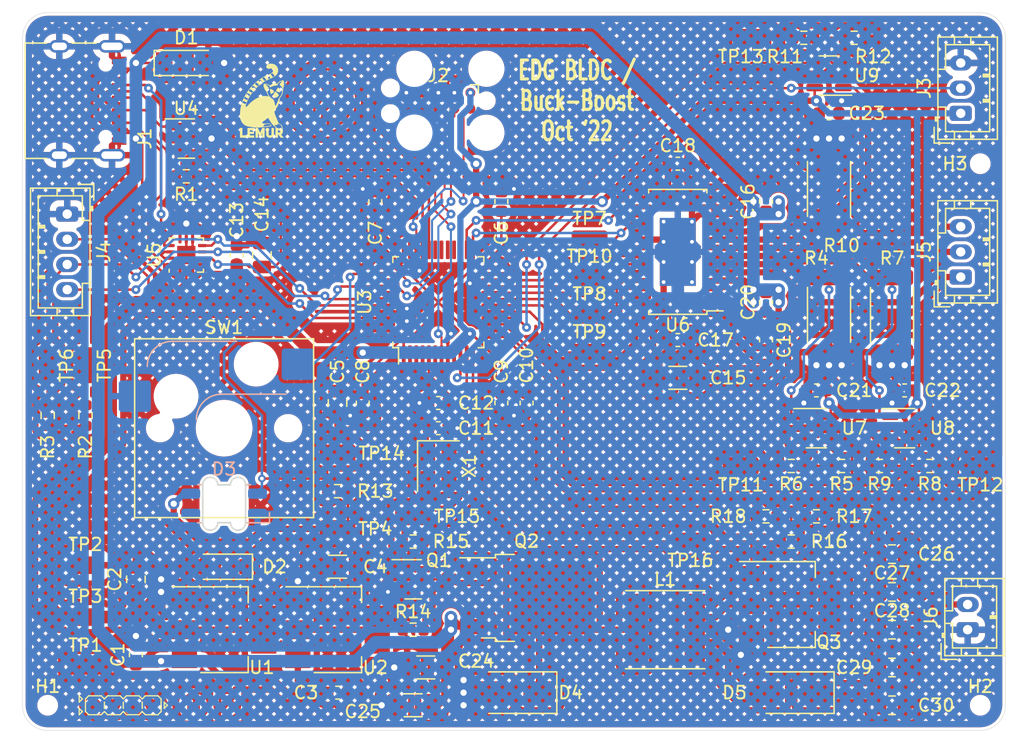
<source format=kicad_pcb>
(kicad_pcb (version 20221018) (generator pcbnew)
  (layers (0 "F.Cu" signal "Front") (31 "B.Cu" signal "Back") (34 "B.Paste" user) (35 "F.Paste" user) (36 "B.SilkS" user "B.Silkscreen") (37 "F.SilkS" user "F.Silkscreen") (38 "B.Mask" user) (39 "F.Mask" user) (44 "Edge.Cuts" user))
  (net 0 "")
  (net 1 "gnd")
  (net 2 "v3v3")
  (net 3 "bldc_drv.pgnds.2")
  (net 4 "bldc_drv.pgnds.1")
  (net 5 "mcu.adc.curr_1")
  (net 6 "mcu.adc.curr_3")
  (net 7 "vusb")
  (net 8 "mcu.adc.curr_2")
  (net 9 "mcu.gpio.bldc_reset")
  (net 10 "mcu.gpio.bldc_fault")
  (net 11 "mcu.gpio.boost_pwm")
  (net 12 "mcu.gpio.sw1")
  (net 13 "mcu.gpio.pd_int")
  (net 14 "pd.ic.vconn")
  (net 15 "mcu.swd.tdi")
  (net 16 "bldc_drv.pgnds.3")
  (net 17 "mcu.gpio.buck_pwm")
  (net 18 "conv_out.pins.2")
  (net 19 "mcu.adc.conv_sense")
  (net 20 "v5")
  (net 21 "rgb.dout")
  (net 22 "mcu.gpio.rgb")
  (net 23 "mcu.swd.swd.swo")
  (net 24 "mcu.crystal.crystal.b")
  (net 25 "usb_esd.usb.dm")
  (net 26 "bldc_drv.ens.2")
  (net 27 "bldc.phases.3")
  (net 28 "bldc.phases.2")
  (net 29 "bldc_drv.ic.vcp")
  (net 30 "usb.cc.cc1")
  (net 31 "bldc_drv.ins.1")
  (net 32 "mcu.gpio.bldc_in_2")
  (net 33 "mcu.gpio.bldc_in_3")
  (net 34 "i2c.i2c.sda")
  (net 35 "i2c_tp.io.scl")
  (net 36 "curr_amp[3].(adapter)r2.a.dst")
  (net 37 "usb.usb.dp")
  (net 38 "curr_amp[2].r1.b")
  (net 39 "conv.in_high_switch.(adapter)pre.drain.src")
  (net 40 "curr_amp[1].amp.inn")
  (net 41 "conv.in_low_diode.cathode")
  (net 42 "conv.out_high_diode.anode")
  (net 43 "bldc_drv.ens.1")
  (net 44 "mcu.gpio.bldc_en_3")
  (net 45 "bldc_drv.(adapter)ic.v3p3.src")
  (net 46 "bldc_drv.outs.1")
  (net 47 "bldc_drv.ic.cph")
  (net 48 "bldc_drv.ic.cpl")
  (net 49 "mcu.swd.swd.swclk")
  (net 50 "mcu.ic.swd.swdio")
  (net 51 "mag.pins.2")
  (net 52 "mcu.swd.swd.reset")
  (net 53 "mcu.crystal.crystal.a")
  (net 54 "usb.cc.cc2")
  (footprint "Capacitor_SMD:C_0805_2012Metric" (layer "F.Cu") (at 177 100)
    (fp_text reference "C28")
    (fp_text value "C440198")
  )
  (footprint "Resistor_SMD:R_0603_1608Metric" (layer "F.Cu") (at 169 93 180)
    (fp_text reference "R16")
    (fp_text value "C21190")
  )
  (footprint "edg:JlcToolingHole_1.152mm" (layer "F.Cu") (at 184 63)
    (fp_text reference "H3")
    (fp_text value "")
  )
  (footprint "Resistor_SMD:R_0603_1608Metric" (layer "F.Cu") (at 121 64 180)
    (fp_text reference "R1")
    (fp_text value "C22843")
  )
  (footprint "Capacitor_SMD:C_1206_3216Metric" (layer "F.Cu") (at 160 80 180)
    (fp_text reference "C15")
    (fp_text value "C12891")
  )
  (footprint "Diode_SMD:D_MiniMELF" (layer "F.Cu") (at 121 55)
    (fp_text reference "D1")
    (fp_text value "C8078")
  )
  (footprint "Diode_SMD:D_SOD-123" (layer "F.Cu") (at 124 95 180)
    (fp_text reference "D2")
    (fp_text value "C499796")
  )
  (footprint "edg:TestPoint_TE_RCT_0805" (layer "F.Cu") (at 153 75)
    (fp_text reference "TP8")
    (fp_text value "C238130")
  )
  (footprint "Capacitor_SMD:C_0603_1608Metric" (layer "F.Cu") (at 141 84)
    (fp_text reference "C11")
    (fp_text value "C1663")
  )
  (footprint "Capacitor_SMD:C_0805_2012Metric" (layer "F.Cu") (at 177 97)
    (fp_text reference "C27")
    (fp_text value "C440198")
  )
  (footprint "Package_TO_SOT_SMD:SOT-223-3_TabPin2" (layer "F.Cu") (at 169 98)
    (fp_text reference "Q3")
    (fp_text value "C508453")
  )
  (footprint "edg:Symbol_Duckling" (layer "F.Cu") (at 132 58)
    (fp_text reference "U10" hide)
    (fp_text value "" hide)
  )
  (footprint "edg:LED_SK6812MINI-E" (layer "F.Cu") (at 124 90)
    (fp_text reference "D3")
    (fp_text value "")
    (fp_line (start -1.7 1.5) (end -1.7 -1.5) (stroke (width 0.12)) (layer "Edge.Cuts"))
    (fp_line (start -0.5 -1.5) (end 0.5 -1.5) (stroke (width 0.12)) (layer "Edge.Cuts"))
    (fp_line (start -0.5 1.5) (end 0.5 1.5) (stroke (width 0.12)) (layer "Edge.Cuts"))
    (fp_line (start 1.7 -1.5) (end 1.7 1.5) (stroke (width 0.12)) (layer "Edge.Cuts"))
    (fp_arc (start -1.7 -1.5) (mid -1.1 -2.1) (end -0.5 -1.5) (stroke (width 0.12)) (layer "Edge.Cuts"))
    (fp_arc (start -0.5 1.5) (mid -1.1 2.1) (end -1.7 1.5) (stroke (width 0.12)) (layer "Edge.Cuts"))
    (fp_arc (start 0.5 -1.5) (mid 1.1 -2.1) (end 1.7 -1.5) (stroke (width 0.12)) (layer "Edge.Cuts"))
    (fp_arc (start 1.7 1.5) (mid 1.1 2.1) (end 0.5 1.5) (stroke (width 0.12)) (layer "Edge.Cuts"))
  )
  (footprint "edg:JlcToolingHole_1.152mm" (layer "F.Cu") (at 184 106)
    (fp_text reference "H2")
    (fp_text value "")
  )
  (footprint "Resistor_SMD:R_0603_1608Metric" (layer "F.Cu") (at 171 91 180)
    (fp_text reference "R17")
    (fp_text value "C25981")
  )
  (footprint "Capacitor_SMD:C_0603_1608Metric" (layer "F.Cu") (at 125 70.25 90)
    (fp_text reference "C13")
    (fp_text value "C14663")
  )
  (footprint "edg:TestPoint_TE_RCT_0805" (layer "F.Cu") (at 139 91)
    (fp_text reference "TP15")
    (fp_text value "C238130")
  )
  (footprint "Capacitor_SMD:C_0805_2012Metric" (layer "F.Cu") (at 133 82 -90)
    (fp_text reference "C5")
    (fp_text value "C1779")
  )
  (footprint "Capacitor_SMD:C_0603_1608Metric" (layer "F.Cu") (at 136 66 90)
    (fp_text reference "C7")
    (fp_text value "C14663")
  )
  (footprint "edg:TestPoint_TE_RCT_0805" (layer "F.Cu") (at 153 78)
    (fp_text reference "TP9")
    (fp_text value "C238130")
  )
  (footprint "edg:Indicator_IdDots_4" (layer "F.Cu") (at 116 106)
    (fp_text reference "U13" hide)
    (fp_text value "")
  )
  (footprint "Package_SO:HTSSOP-28-1EP_4.4x9.7mm_P0.65mm_EP2.85x5.4mm_ThermalVias" (layer "F.Cu") (at 160 70 180)
    (fp_text reference "U6")
    (fp_text value "C92482")
  )
  (footprint "Resistor_SMD:R_0603_1608Metric" (layer "F.Cu") (at 169 87 180)
    (fp_text reference "R6")
    (fp_text value "C4184")
  )
  (footprint "Capacitor_SMD:C_0603_1608Metric" (layer "F.Cu") (at 172 59)
    (fp_text reference "C23")
    (fp_text value "C14663")
  )
  (footprint "Resistor_SMD:R_0603_1608Metric" (layer "F.Cu") (at 139 100)
    (fp_text reference "R14")
    (fp_text value "C25804")
  )
  (footprint "Capacitor_SMD:C_0805_2012Metric" (layer "F.Cu") (at 177 106)
    (fp_text reference "C30")
    (fp_text value "C440198")
  )
  (footprint "Resistor_SMD:R_0603_1608Metric" (layer "F.Cu") (at 167 91 180)
    (fp_text reference "R18")
    (fp_text value "C21190")
  )
  (footprint "Capacitor_SMD:C_0805_2012Metric" (layer "F.Cu") (at 177 103)
    (fp_text reference "C29")
    (fp_text value "C440198")
  )
  (footprint "edg:TestPoint_TE_RCT_0805" (layer "F.Cu") (at 161 93)
    (fp_text reference "TP16")
    (fp_text value "C238130")
  )
  (footprint "Resistor_SMD:R_2512_6332Metric" (layer "F.Cu") (at 172 65 -90)
    (fp_text reference "R10")
    (fp_text value "C458727")
  )
  (footprint "edg:TestPoint_TE_RCT_0805" (layer "F.Cu") (at 166 53)
    (fp_text reference "TP13")
    (fp_text value "C238130")
  )
  (footprint "edg:TestPoint_TE_RCT_0805" (layer "F.Cu") (at 113 79 90)
    (fp_text reference "TP5")
    (fp_text value "C238130")
  )
  (footprint "Package_TO_SOT_SMD:SOT-23-5" (layer "F.Cu") (at 178 84)
    (fp_text reference "U8")
    (fp_text value "C7972")
  )
  (footprint "Resistor_SMD:R_0603_1608Metric" (layer "F.Cu") (at 170 53)
    (fp_text reference "R11")
    (fp_text value "C23150")
  )
  (footprint "edg:TestPoint_TE_RCT_0805" (layer "F.Cu") (at 133 92)
    (fp_text reference "TP4")
    (fp_text value "C238130")
  )
  (footprint "Connector_USB:USB_C_Receptacle_XKB_U262-16XN-4BVC11" (layer "F.Cu") (at 112 58 -90)
    (fp_text reference "J1")
    (fp_text value "C165948")
  )
  (footprint "Package_TO_SOT_SMD:TO-252-2" (layer "F.Cu") (at 148 97.475)
    (fp_text reference "Q2")
    (fp_text value "C28969")
  )
  (footprint "Capacitor_SMD:C_1206_3216Metric" (layer "F.Cu") (at 140 103 180)
    (fp_text reference "C24")
    (fp_text value "C12891")
  )
  (footprint "Connector_JST:JST_PH_B2B-PH-K_1x02_P2.00mm_Vertical" (layer "F.Cu") (at 183 100 90)
    (fp_text reference "J6")
    (fp_text value "")
  )
  (footprint "Capacitor_SMD:C_0603_1608Metric" (layer "F.Cu") (at 146 66 90)
    (fp_text reference "C6")
    (fp_text value "C14663")
  )
  (footprint "Package_TO_SOT_SMD:SOT-223-3_TabPin2" (layer "F.Cu") (at 133 100)
    (fp_text reference "U2")
    (fp_text value "C134077")
  )
  (footprint "Capacitor_SMD:C_0603_1608Metric" (layer "F.Cu") (at 146 82 -90)
    (fp_text reference "C9")
    (fp_text value "C57112")
  )
  (footprint "Capacitor_SMD:C_0603_1608Metric" (layer "F.Cu") (at 160 77 180)
    (fp_text reference "C17")
    (fp_text value "C14663")
  )
  (footprint "Connector_JST:JST_PH_B3B-PH-K_1x03_P2.00mm_Vertical" (layer "F.Cu") (at 182.45 59 90)
    (fp_text reference "J3")
    (fp_text value "")
  )
  (footprint "Connector_JST:JST_PH_B3B-PH-K_1x03_P2.00mm_Vertical" (layer "F.Cu") (at 182.45 72 90)
    (fp_text reference "J5")
    (fp_text value "")
  )
  (footprint "Capacitor_SMD:C_0603_1608Metric" (layer "F.Cu") (at 160 63)
    (fp_text reference "C18")
    (fp_text value "C1623")
  )
  (footprint "Inductor_SMD:L_Taiyo-Yuden_NR-60xx" (layer "F.Cu") (at 159 100)
    (fp_text reference "L1")
    (fp_text value "C497840")
  )
  (footprint "Capacitor_SMD:C_0603_1608Metric" (layer "F.Cu") (at 167 74 90)
    (fp_text reference "C20")
    (fp_text value "C14663")
  )
  (footprint "edg:TestPoint_TE_RCT_0805" (layer "F.Cu") (at 184 87)
    (fp_text reference "TP12")
    (fp_text value "C238130")
  )
  (footprint "Package_TO_SOT_SMD:SOT-23" (layer "F.Cu") (at 121 61)
    (fp_text reference "U4")
    (fp_text value "C87911")
  )
  (footprint "Connector_JST:JST_PH_B4B-PH-K_1x04_P2.00mm_Vertical" (layer "F.Cu") (at 111.55 67 -90)
    (fp_text reference "J4")
    (fp_text value "")
  )
  (footprint "Package_DFN_QFN:WQFN-14-1EP_2.5x2.5mm_P0.5mm_EP1.45x1.45mm" (layer "F.Cu") (at 121 70.25 90)
    (fp_text reference "U5")
    (fp_text value "C132291")
  )
  (footprint "Crystal:Crystal_SMD_3225-4Pin_3.2x2.5mm" (layer "F.Cu") (at 141 87 -90)
    (fp_text reference "X1")
    (fp_text value "C9002")
  )
  (footprint "Capacitor_SMD:C_1206_3216Metric" (layer "F.Cu") (at 139 106 180)
    (fp_text reference "C25")
    (fp_text value "C12891")
  )
  (footprint "edg:TestPoint_TE_RCT_0805" (layer "F.Cu") (at 165 87)
    (fp_text reference "TP11")
    (fp_text value "C238130")
  )
  (footprint "Resistor_SMD:R_0603_1608Metric" (layer "F.Cu") (at 176 87 180)
    (fp_text reference "R9")
    (fp_text value "C4184")
  )
  (footprint "Resistor_SMD:R_0603_1608Metric" (layer "F.Cu") (at 110 83 90)
    (fp_text reference "R3")
    (fp_text value "C23162")
  )
  (footprint "Capacitor_SMD:C_0603_1608Metric" (layer "F.Cu") (at 148 82 -90)
    (fp_text reference "C10")
    (fp_text value "C15849")
  )
  (footprint "Capacitor_SMD:C_0603_1608Metric" (layer "F.Cu") (at 141 82 180)
    (fp_text reference "C12")
    (fp_text value "C1663")
  )
  (footprint "Capacitor_SMD:C_0603_1608Metric" (layer "F.Cu") (at 135 82 -90)
    (fp_text reference "C8")
    (fp_text value "C14663")
  )
  (footprint "Resistor_SMD:R_0603_1608Metric" (layer "F.Cu") (at 173 87 180)
    (fp_text reference "R5")
    (fp_text value "C23150")
  )
  (footprint "Package_TO_SOT_SMD:SOT-23-5" (layer "F.Cu") (at 171 84)
    (fp_text reference "U7")
    (fp_text value "C7972")
  )
  (footprint "Capacitor_SMD:C_0603_1608Metric" (layer "F.Cu") (at 167 77 -90)
    (fp_text reference "C19")
    (fp_text value "C57112")
  )
  (footprint "edg:TestPoint_TE_RCT_0805" (layer "F.Cu") (at 133 86)
    (fp_text reference "TP14")
    (fp_text value "C238130")
  )
  (footprint "Diode_SMD:D_SMA" (layer "F.Cu") (at 147 105 180)
    (fp_text reference "D4")
    (fp_text value "C8678")
  )
  (footprint "edg:TestPoint_TE_RCT_0805" (layer "F.Cu") (at 113 94.88)
    (fp_text reference "TP2")
    (fp_text value "C238130")
  )
  (footprint "Capacitor_SMD:C_0603_1608Metric" (layer "F.Cu") (at 133 105)
    (fp_text reference "C3")
    (fp_text value "C14663")
  )
  (footprint "Capacitor_SMD:C_0603_1608Metric" (layer "F.Cu") (at 171 81 180)
    (fp_text reference "C21")
    (fp_text value "C14663")
  )
  (footprint "edg:Symbol_LemurSmall" (layer "F.Cu") (at 127 58)
    (fp_text reference "U11" hide)
    (fp_text value "" hide)
  )
  (footprint "Resistor_SMD:R_2512_6332Metric" (layer "F.Cu") (at 177 75 90)
    (fp_text reference "R7")
    (fp_text value "C458727")
  )
  (footprint "Resistor_SMD:R_0603_1608Metric" (layer "F.Cu") (at 180 87 180)
    (fp_text reference "R8")
    (fp_text value "C23150")
  )
  (footprint "Package_TO_SOT_SMD:SOT-23" (layer "F.Cu") (at 139 96)
    (fp_text reference "Q1")
    (fp_text value "C8545")
  )
  (footprint "Resistor_SMD:R_0603_1608Metric" (layer "F.Cu") (at 133 89 180)
    (fp_text reference "R13")
    (fp_text value "C25804")
  )
  (footprint "Capacitor_SMD:C_1206_3216Metric" (layer "F.Cu") (at 133 95 180)
    (fp_text reference "C4")
    (fp_text value "C29823")
  )
  (footprint "edg:TestPoint_TE_RCT_0805" (layer "F.Cu") (at 153 72)
    (fp_text reference "TP10")
    (fp_text value "C238130")
  )
  (footprint "Resistor_SMD:R_0603_1608Metric" (layer "F.Cu") (at 174 53)
    (fp_text reference "R12")
    (fp_text value "C4184")
  )
  (footprint "edg:TestPoint_TE_RCT_0805" (layer "F.Cu") (at 110 79 90)
    (fp_text reference "TP6")
    (fp_text value "C238130")
  )
  (footprint "edg:TestPoint_TE_RCT_0805" (layer "F.Cu") (at 153 69)
    (fp_text reference "TP7")
    (fp_text value "C238130")
  )
  (footprint "Connector:Tag-Connect_TC2050-IDC-FP_2x05_P1.27mm_Vertical" (layer "F.Cu") (at 141 58 180)
    (fp_text reference "J2")
    (fp_text value "")
  )
  (footprint "edg:TestPoint_TE_RCT_0805" (layer "F.Cu") (at 113 99)
    (fp_text reference "TP3")
    (fp_text value "C238130")
  )
  (footprint "Switch_Keyboard_Hotswap_Kailh:SW_Hotswap_Kailh_MX" (layer "F.Cu") (at 124 84)
    (fp_text reference "SW1")
    (fp_text value "")
  )
  (footprint "Package_QFP:LQFP-48_7x7mm_P0.5mm" (layer "F.Cu") (at 141 74 90)
    (fp_text reference "U3")
    (fp_text value "C8734")
  )
  (footprint "edg:TestPoint_TE_RCT_0805" (layer "F.Cu") (at 113 102.88)
    (fp_text reference "TP1")
    (fp_text value "C238130")
  )
  (footprint "edg:Indicator_LeadFree" (layer "F.Cu") (at 123 106)
    (fp_text reference "U12" hide)
    (fp_text value "" hide)
  )
  (footprint "Capacitor_SMD:C_0603_1608Metric" (layer "F.Cu") (at 117 102 90)
    (fp_text reference "C1")
    (fp_text value "C14663")
  )
  (footprint "Resistor_SMD:R_0603_1608Metric" (layer "F.Cu") (at 113 83 90)
    (fp_text reference "R2")
    (fp_text value "C23162")
  )
  (footprint "Capacitor_SMD:C_0805_2012Metric" (layer "F.Cu") (at 177 94)
    (fp_text reference "C26")
    (fp_text value "C440198")
  )
  (footprint "Package_TO_SOT_SMD:SOT-223-3_TabPin2" (layer "F.Cu") (at 124 100)
    (fp_text reference "U1")
    (fp_text value "C86781")
  )
  (footprint "Resistor_SMD:R_2512_6332Metric" (layer "F.Cu") (at 172 75 90)
    (fp_text reference "R4")
    (fp_text value "C458727")
  )
  (footprint "Package_TO_SOT_SMD:SOT-23-5" (layer "F.Cu") (at 172 56 180)
    (fp_text reference "U9")
    (fp_text value "C7972")
  )
  (footprint "Capacitor_SMD:C_0603_1608Metric" (layer "F.Cu") (at 178 81 180)
    (fp_text reference "C22")
    (fp_text value "C14663")
  )
  (footprint "Diode_SMD:D_SMA" (layer "F.Cu") (at 169 105 180)
    (fp_text reference "D5")
    (fp_text value "C8678")
  )
  (footprint "Capacitor_SMD:C_0805_2012Metric" (layer "F.Cu") (at 117 96 90)
    (fp_text reference "C2")
    (fp_text value "C1779")
  )
  (footprint "Capacitor_SMD:C_0805_2012Metric" (layer "F.Cu") (at 127 70.25 90)
    (fp_text reference "C14")
    (fp_text value "C15850")
  )
  (footprint "edg:JlcToolingHole_1.152mm" (layer "F.Cu") (at 110 106)
    (fp_text reference "H1")
    (fp_text value "")
  )
  (footprint "Capacitor_SMD:C_0603_1608Metric" (layer "F.Cu") (at 167 66 90)
    (fp_text reference "C16")
    (fp_text value "C14663")
  )
  (footprint "Resistor_SMD:R_0603_1608Metric" (layer "F.Cu") (at 139 93 180)
    (fp_text reference "R15")
    (fp_text value "C21190")
  )
  (gr_arc (start 184 51) (mid 185.414214 51.585786) (end 186 53) (stroke (width 0.0381)) (layer "Edge.Cuts"))
  (gr_line (start 110 108) (end 184 108) (stroke (width 0.0381)) (layer "Edge.Cuts"))
  (gr_arc (start 186 106) (mid 185.414214 107.414214) (end 184 108) (stroke (width 0.0381)) (layer "Edge.Cuts"))
  (gr_arc (start 110 108) (mid 108.585786 107.414214) (end 108 106) (stroke (width 0.0381)) (layer "Edge.Cuts"))
  (gr_line (start 184 51) (end 110 51) (stroke (width 0.0381)) (layer "Edge.Cuts"))
  (gr_arc (start 108 53) (mid 108.585786 51.585786) (end 110 51) (stroke (width 0.0381)) (layer "Edge.Cuts"))
  (gr_line (start 186 106) (end 186 53) (stroke (width 0.0381)) (layer "Edge.Cuts"))
  (gr_line (start 108 53) (end 108 106) (stroke (width 0.0381)) (layer "Edge.Cuts"))
  (gr_text "EDG BLDC /\nBuck-Boost\nOct '22" (at 152 58) (layer "F.SilkS") (effects (font (size 1.5 1) (thickness 0.25))))
  (segment (start 121 68.9875) (end 121 70.25) (width 0.2) (layer "F.Cu") (net 1))
  (segment (start 173 78) (end 173 79) (width 0.5) (layer "F.Cu") (net 1))
  (segment (start 129.85 96.15) (end 129.85 95.65) (width 0.5) (layer "F.Cu") (net 1))
  (segment (start 110.925 62.32) (end 115.105 62.32) (width 0.2) (layer "F.Cu") (net 1))
  (segment (start 170.75 84) (end 169.8625 84) (width 0.2) (layer "F.Cu") (net 1))
  (segment (start 172 62.0375) (end 172 61) (width 0.5) (layer "F.Cu") (net 1))
  (segment (start 144 105) (end 143 104) (width 0.5) (layer "F.Cu") (net 1))
  (segment (start 148 82.775) (end 146 82.775) (width 0.5) (layer "F.Cu") (net 1))
  (segment (start 172 56.25) (end 172.25 56) (width 0.2) (layer "F.Cu") (net 1))
  (segment (start 172.775 58.225) (end 172.775 59) (width 0.2) (layer "F.Cu") (net 1))
  (segment (start 140.225 82) (end 139.5 82) (width 0.2) (layer "F.Cu") (net 1))
  (segment (start 138.75 69.8375) (end 138.75 70.75) (width 0.2) (layer "F.Cu") (net 1))
  (segment (start 158.875 74.875) (end 158.875 74.125) (width 0.5) (layer "F.Cu") (net 1))
  (segment (start 162.8625 65.775) (end 161.225 65.775) (width 0.5) (layer "F.Cu") (net 1))
  (segment (start 136 65.225) (end 135.225 65.225) (width 0.5) (layer "F.Cu") (net 1))
  (segment (start 117 101.225) (end 117 100.5) (width 0.5) (layer "F.Cu") (net 1))
  (segment (start 136.8375 76.25) (end 137.75 76.25) (width 0.2) (layer "F.Cu") (net 1))
  (segment (start 121.5 68.9875) (end 121.5 69.75) (width 0.2) (layer "F.Cu") (net 1))
  (segment (start 164.3 100.3) (end 165.85 100.3) (width 0.5) (layer "F.Cu") (net 1))
  (segment (start 139.5 88.1) (end 139 87.6) (width 0.2) (layer "F.Cu") (net 1))
  (segment (start 170.040685 82) (end 171 82.959315) (width 0.2) (layer "F.Cu") (net 1))
  (segment (start 172 62.0375) (end 171.0375 62.0375) (width 0.5) (layer "F.Cu") (net 1))
  (segment (start 169 84) (end 168.175 84.825) (width 0.2) (layer "F.Cu") (net 1))
  (segment (start 174 56) (end 174.825 55.175) (width 0.2) (layer "F.Cu") (net 1))
  (segment (start 161.125 65.125) (end 161.125 65.875) (width 0.5) (layer "F.Cu") (net 1))
  (segment (start 171.0375 77.9625) (end 171 78) (width 0.5) (layer "F.Cu") (net 1))
  (segment (start 134.05 82.95) (end 133 82.95) (width 0.5) (layer "F.Cu") (net 1))
  (segment (start 173 62) (end 173 61) (width 0.5) (layer "F.Cu") (net 1))
  (segment (start 171 62) (end 171 61) (width 0.5) (layer "F.Cu") (net 1))
  (segment (start 172 77.9625) (end 171.0375 77.9625) (width 0.5) (layer "F.Cu") (net 1))
  (segment (start 172.775 60.775) (end 173 61) (width 0.2) (layer "F.Cu") (net 1))
  (segment (start 146 65.225) (end 146.775 65.225) (width 0.5) (layer "F.Cu") (net 1))
  (segment (start 144 105) (end 143 106) (width 0.5) (layer "F.Cu") (net 1))
  (segment (start 121.9375 61) (end 123 61) (width 0.2) (layer "F.Cu") (net 1))
  (segment (start 177.040685 82) (end 178 82.959315) (width 0.2) (layer "F.Cu") (net 1))
  (segment (start 160.775 63) (end 160.775 64.775) (width 0.5) (layer "F.Cu") (net 1))
  (segment (start 115.83 94.88) (end 116 95.05) (width 0.5) (layer "F.Cu") (net 1))
  (segment (start 139.825 93) (end 141 93) (width 0.2) (layer "F.Cu") (net 1))
  (segment (start 176.8625 84) (end 176 84) (width 0.2) (layer "F.Cu") (net 1))
  (segment (start 121.5 68.25) (end 121 67.75) (width 0.2) (layer "F.Cu") (net 1))
  (segment (start 119 97) (end 119 96) (width 0.5) (layer "F.Cu") (net 1))
  (segment (start 116 95.05) (end 117 95.05) (width 0.5) (layer "F.Cu") (net 1))
  (segment (start 162.8625 65.775) (end 164.225 65.775) (width 0.5) (layer "F.Cu") (net 1))
  (segment (start 137.75 76.25) (end 138.5 75.5) (width 0.2) (layer "F.Cu") (net 1))
  (segment (start 144.25 71.75) (end 143.5 72.5) (width 0.2) (layer "F.Cu") (net 1))
  (segment (start 146 82.775) (end 146.775 82.775) (width 0.5) (layer "F.Cu") (net 1))
  (segment (start 121.5 69.75) (end 121 70.25) (width 0.2) (layer "F.Cu") (net 1))
  (segment (start 177.75 84) (end 176.8625 84) (width 0.2) (layer "F.Cu") (net 1))
  (segment (start 157.1375 69.025) (end 158.7 69.025) (width 0.5) (layer "F.Cu") (net 1))
  (segment (start 159 75) (end 158.875 74.875) (width 0.5) (layer "F.Cu") (net 1))
  (segment (start 165.85 101.15) (end 165.85 100.3) (width 0.5) (layer "F.Cu") (net 1))
  (segment (start 178 83.75) (end 177.75 84) (width 0.2) (layer "F.Cu") (net 1))
  (segment (start 138.0625 96.95) (end 137.05 96.95) (width 0.2) (layer "F.Cu") (net 1))
  (segment (start 139 87.6) (end 139 82.5) (width 0.2) (layer "F.Cu") (net 1))
  (segment (start 171 83.75) (end 170.75 84) (width 0.2) (layer "F.Cu") (net 1))
  (segment (start 158.525 80) (end 158.525 78.475) (width 0.5) (layer "F.Cu") (net 1))
  (segment (start 121.5 68.9875) (end 121.5 68.25) (width 0.2) (layer "F.Cu") (net 1))
  (segment (start 115.67 61.755) (end 115.105 62.32) (width 0.2) (layer "F.Cu") (net 1))
  (segment (start 119 95.1) (end 119.05 95.05) (width 0.5) (layer "F.Cu") (net 1))
  (segment (start 170 82) (end 170.040685 82) (width 0.2) (layer "F.Cu") (net 1))
  (segment (start 170.225 81.775) (end 170.225 81) (width 0.2) (layer "F.Cu") (net 1))
  (segment (start 127 69.3) (end 125.95 69.3) (width 0.2) (layer "F.Cu") (net 1))
  (segment (start 145 105) (end 143 105) (width 0.5) (layer "F.Cu") (net 1))
  (segment (start 177 82) (end 177.225 81.775) (width 0.2) (layer "F.Cu") (net 1))
  (segment (start 141.85 84.075) (end 141.775 84) (width 0.2) (layer "F.Cu") (net 1))
  (segment (start 177.9625 77.9625) (end 178 78) (width 0.5) (layer "F.Cu") (net 1))
  (segment (start 115.67 54.65) (end 115.67 54.245) (width 0.2) (layer "F.Cu") (net 1))
  (segment (start 174.825 55.175) (end 174.825 53) (width 0.2) (layer "F.Cu") (net 1))
  (segment (start 169.8625 84) (end 169 84) (width 0.2) (layer "F.Cu") (net 1))
  (segment (start 141.775 84) (end 142.5 84) (width 0.2) (layer "F.Cu") (net 1))
  (segment (start 172.9625 77.9625) (end 173 78) (width 0.5) (layer "F.Cu") (net 1))
  (segment (start 161.125 65.875) (end 161.125 66.425) (width 0.5) (layer "F.Cu") (net 1))
  (segment (start 135.225 65.225) (end 135 65) (width 0.5) (layer "F.Cu") (net 1))
  (segment (start 168.175 84.825) (end 168.175 87) (width 0.2) (layer "F.Cu") (net 1))
  (segment (start 164.225 65.775) (end 164.85 65.15) (width 0.5) (layer "F.Cu") (net 1))
  (segment (start 172.775 59) (end 172.775 60.775) (width 0.2) (layer "F.Cu") (net 1))
  (segment (start 162.8625 66.425) (end 161.125 66.425) (width 0.2) (layer "F.Cu") (net 1))
  (segment (start 129.85 95.65) (end 130.5 95) (width 0.5) (layer "F.Cu") (net 1))
  (segment (start 172 57.040685) (end 172 56.25) (width 0.2) (layer "F.Cu") (net 1))
  (segment (start 158.525 78.475) (end 159.225 77.775) (width 0.5) (layer "F.Cu") (net 1))
  (segment (start 177.225 81.775) (end 177.225 81) (width 0.2) (layer "F.Cu") (net 1))
  (segment (start 177 77.9625) (end 177 79) (width 0.5) (layer "F.Cu") (net 1))
  (segment (start 160.775 64.775) (end 161 65) (width 0.5) (layer "F.Cu") (net 1))
  (segment (start 139 82.5) (end 139.5 82) (width 0.2) (layer "F.Cu") (net 1))
  (segment (start 115.67 61.35) (end 115.67 61.755) (width 0.2) (layer "F.Cu") (net 1))
  (segment (start 173.1375 56) (end 174 56) (width 0.2) (layer "F.Cu") (net 1))
  (segment (start 130.5 95) (end 131.525 95) (width 0.5) (layer "F.Cu") (net 1))
  (segment (start 172 77.9625) (end 172.9625 77.9625) (width 0.5) (layer "F.Cu") (net 1))
  (segment (start 135 82.775) (end 134.225 82.775) (width 0.5) (layer "F.Cu") (net 1))
  (segment (start 137.05 96.95) (end 137 97) (width 0.2) (layer "F.Cu") (net 1))
  (segment (start 158.7 69.025) (end 158.875 69.2) (width 0.5) (layer "F.Cu") (net 1))
  (segment (start 169.825 93) (end 171 93) (width 0.2) (layer "F.Cu") (net 1))
  (segment (start 177 77.9625) (end 176.0375 77.9625) (width 0.5) (layer "F.Cu") (net 1))
  (segment (start 172 62.0375) (end 172.9625 62.0375) (width 0.5) (layer "F.Cu") (net 1))
  (segment (start 170 82) (end 170.225 81.775) (width 0.2) (layer "F.Cu") (net 1))
  (segment (start 117 95.05) (end 119.05 95.05) (width 0.5) (layer "F.Cu") (net 1))
  (segment (start 146.775 65.225) (end 147 65) (width 0.5) (layer "F.Cu") (net 1))
  (segment (start 164.85 65.15) (end 166.925 65.15) (width 0.5) (layer "F.Cu") (net 1))
  (segment (start 170.225 81) (end 170.225 79.775) (width 0.2) (layer "F.Cu") (net 1))
  (segment (start 125.95 69.3) (end 125.775 69.475) (width 0.2) (layer "F.Cu") (net 1))
  (segment (start 159.225 77) (end 159.225 75.225) (width 0.5) (layer "F.Cu") (net 1))
  (segment (start 138.25 74.75) (end 138.5 74.5) (width 0.2) (layer "F.Cu") (net 1))
  (segment (start 141.75 76.75) (end 142 76.5) (width 0.2) (layer "F.Cu") (net 1))
  (segment (start 119 96) (end 119 95.1) (width 0.5) (layer "F.Cu") (net 1))
  (segment (start 177.225 81) (end 177.225 79.775) (width 0.2) (layer "F.Cu") (net 1))
  (segment (start 141.85 85.9) (end 141.85 84.075) (width 0.2) (layer "F.Cu") (net 1))
  (segment (start 166.175 91) (end 165 91) (width 0.2) (layer "F.Cu") (net 1))
  (segment (start 134.225 82.775) (end 134.05 82.95) (width 0.5) (layer "F.Cu") (net 1))
  (segment (start 119.7 97.7) (end 119 97) (width 0.5) (layer "F.Cu") (net 1))
  (segment (start 177 77.9625) (end 177.9625 77.9625) (width 0.5) (layer "F.Cu") (net 1))
  (segment (start 121 68.9875) (end 121 67.75) (width 0.2) (layer "F.Cu") (net 1))
  (segment (start 176.0375 77.9625) (end 176 78) (width 0.5) (layer "F.Cu") (net 1))
  (segment (start 141.75 78.1625) (end 141.75 76.75) (width 0.2) (layer "F.Cu") (net 1))
  (segment (start 171.0375 62.0375) (end 171 62) (width 0.5) (layer "F.Cu") (net 1))
  (segment (start 125 69.475) (end 125 68.75) (width 0.2) (layer "F.Cu") (net 1))
  (segment (start 166.925 65.15) (end 167 65.225) (width 0.5) (layer "F.Cu") (net 1))
  (segment (start 157.1375 74.225) (end 158.775 74.225) (width 0.5) (layer "F.Cu") (net 1))
  (segment (start 134.225 82.775) (end 134 83) (width 0.5) (layer "F.Cu") (net 1))
  (segment (start 158.775 74.225) (end 158.875 74.125) (width 0.5) (layer "F.Cu") (net 1))
  (segment (start 172 77.9625) (end 172 79) (width 0.5) (layer "F.Cu") (net 1))
  (segment (start 158.875 74.125) (end 158.875 72.4) (width 0.5) (layer "F.Cu") (net 1))
  (segment (start 145.1625 71.75) (end 144.25 71.75) (width 0.2) (layer "F.Cu") (net 1))
  (segment (start 120.85 97.7) (end 119.7 97.7) (width 0.5) (layer "F.Cu") (net 1))
  (segment (start 136.8375 74.75) (end 138.25 74.75) (width 0.2) (layer "F.Cu") (net 1))
  (segment (start 159.225 77.775) (end 159.225 77) (width 0.5) (layer "F.Cu") (net 1))
  (segment (start 122.75 55) (end 124 55) (width 0.5) (layer "F.Cu") (net 1))
  (segment (start 178 78) (end 178 79) (width 0.5) (layer "F.Cu") (net 1))
  (segment (start 175.175 84.825) (end 175.175 87) (width 0.2) (layer "F.Cu") (net 1))
  (segment (start 159 75) (end 159.225 75.225) (width 0.5) (layer "F.Cu") (net 1))
  (segment (start 125.775 69.475) (end 125 69.475) (width 0.2) (layer "F.Cu") (net 1))
  (segment (start 165 102) (end 165.85 101.15) (width 0.5) (layer "F.Cu") (net 1))
  (segment (start 161.175 67.075) (end 161.125 67.125) (width 0.2) (layer "F.Cu") (net 1))
  (segment (start 110.925 53.68) (end 115.105 53.68) (width 0.2) (layer "F.Cu") (net 1))
  (segment (start 129.85 97.7) (end 129.85 96.15) (width 0.5) (layer "F.Cu") (net 1))
  (segment (start 115.67 54.245) (end 115.105 53.68) (width 0.2) (layer "F.Cu") (net 1))
  (segment (start 173 58) (end 172.959315 58) (width 0.2) (layer "F.Cu") (net 1))
  (segment (start 170.225 79.775) (end 171 79) (width 0.2) (layer "F.Cu") (net 1))
  (segment (start 178 82.959315) (end 178 83.75) (width 0.2) (layer "F.Cu") (net 1))
  (segment (start 172.959315 58) (end 172 57.040685) (width 0.2) (layer "F.Cu") (net 1))
  (segment (start 137.525 106) (end 136.5 106) (width 0.5) (layer "F.Cu") (net 1))
  (segment (start 146.775 82.775) (end 147 83) (width 0.5) (layer "F.Cu") (net 1))
  (segment (start 171 82.959315) (end 171 83.75) (width 0.2) (layer "F.Cu") (net 1))
  (segment (start 173 58) (end 172.775 58.225) (width 0.2) (layer "F.Cu") (net 1))
  (segment (start 176 84) (end 175.175 84.825) (width 0.2) (layer "F.Cu") (net 1))
  (segment (start 161.125 66.425) (end 161.125 67.6) (width 0.5) (layer "F.Cu") (net 1))
  (segment (start 140.15 88.1) (end 139.5 88.1) (width 0.2) (layer "F.Cu") (net 1))
  (segment (start 161 65) (end 161.125 65.125) (width 0.5) (layer "F.Cu") (net 1))
  (segment (start 176 78) (end 176 79) (width 0.5) (layer "F.Cu") (net 1))
  (segment (start 171 78) (end 171 79) (width 0.5) (layer "F.Cu") (net 1))
  (segment (start 145 105) (end 144 105) (width 0.5) (layer "F.Cu") (net 1))
  (segment (start 113 94.88) (end 115.83 94.88) (width 0.5) (layer "F.Cu") (net 1))
  (segment (start 177 82) (end 177.040685 82) (width 0.2) (layer "F.Cu") (net 1))
  (segment (start 162.8625 67.075) (end 161.175 67.075) (width 0.2) (layer "F.Cu") (net 1))
  (segment (start 137.5 103) (end 138.525 103) (width 0.5) (layer "F.Cu") (net 1))
  (segment (start 119 95) (end 119.05 95.05) (width 0.5) (layer "F.Cu") (net 1))
  (segment (start 138.75 70.75) (end 139.5 71.5) (width 0.2) (layer "F.Cu") (net 1))
  (segment (start 177.225 79.775) (end 178 79) (width 0.2) (layer "F.Cu") (net 1))
  (segment (start 172.25 56) (end 173.1375 56) (width 0.2) (layer "F.Cu") (net 1))
  (segment (start 161.125 67.125) (end 161.125 67.6) (width 0.2) (layer "F.Cu") (net 1))
  (segment (start 164 100) (end 164.3 100.3) (width 0.5) (layer "F.Cu") (net 1))
  (segment (start 122.35 95) (end 119 95) (width 0.5) (layer "F.Cu") (net 1))
  (segment (start 172.9625 62.0375) (end 173 62) (width 0.5) (layer "F.Cu") (net 1))
  (via (at 171 79) (size 0.9) (drill 0.5) (layers "F.Cu" "B.Cu") (net 1))
  (via (at 171 93) (size 0.7) (drill 0.3) (layers "F.Cu" "B.Cu") (net 1))
  (via (at 173 58) (size 0.9) (drill 0.4) (layers "F.Cu" "B.Cu") (net 1))
  (via (at 138.5 75.5) (size 0.7) (drill 0.3) (layers "F.Cu" "B.Cu") (net 1))
  (via (at 135 65) (size 0.7) (drill 0.3) (layers "F.Cu" "B.Cu") (net 1))
  (via (at 142.27 57.365) (size 0.7) (drill 0.3) (layers "F.Cu" "B.Cu") (net 1))
  (via (at 138.5 74.5) (size 0.7) (drill 0.3) (layers "F.Cu" "B.Cu") (net 1))
  (via (at 139.5 82) (size 0.7) (drill 0.3) (layers "F.Cu" "B.Cu") (net 1))
  (via (at 142 76.5) (size 0.7) (drill 0.3) (layers "F.Cu" "B.Cu") (net 1))
  (via (at 134 83) (size 0.7) (drill 0.3) (layers "F.Cu" "B.Cu") (net 1))
  (via (at 137 97) (size 0.7) (drill 0.3) (layers "F.Cu" "B.Cu") (net 1))
  (via (at 171 61) (size 0.9) (drill 0.5) (layers "F.Cu" "B.Cu") (net 1))
  (via (at 143.5 72.5) (size 0.7) (drill 0.3) (layers "F.Cu" "B.Cu") (net 1))
  (via (at 165 91) (size 0.7) (drill 0.3) (layers "F.Cu" "B.Cu") (net 1))
  (via (at 136.5 106) (size 0.9) (drill 0.5) (layers "F.Cu" "B.Cu") (net 1))
  (via (at 164 100) (size 0.9) (drill 0.5) (layers "F.Cu" "B.Cu") (net 1))
  (via (at 129.85 96.15) (size 0.9) (drill 0.5) (layers "F.Cu" "B.Cu") (net 1))
  (via (at 125 68.75) (size 0.9) (drill 0.5) (layers "F.Cu" "B.Cu") (net 1))
  (via (at 123 61) (size 0.9) (drill 0.5) (layers "F.Cu" "B.Cu") (net 1))
  (via (at 143 104) (size 0.9) (drill 0.5) (layers "F.Cu" "B.Cu") (net 1))
  (via (at 176 79) (size 0.9) (drill 0.5) (layers "F.Cu" "B.Cu") (net 1))
  (via (at 177 79) (size 0.9) (drill 0.5) (layers "F.Cu" "B.Cu") (net 1))
  (via (at 170 82) (size 0.9) (drill 0.4) (layers "F.Cu" "B.Cu") (net 1))
  (via (at 142.5 84) (size 0.7) (drill 0.3) (layers "F.Cu" "B.Cu") (net 1))
  (via (at 141 93) (size 0.7) (drill 0.3) (layers "F.Cu" "B.Cu") (net 1))
  (via (at 117 100.5) (size 0.9) (drill 0.5) (layers "F.Cu" "B.Cu") (net 1))
  (via (at 124 55) (size 0.9) (drill 0.5) (layers "F.Cu" "B.Cu") (net 1))
  (via (at 173 79) (size 0.9) (drill 0.5) (layers "F.Cu" "B.Cu") (net 1))
  (via (at 143 105) (size 0.9) (drill 0.5) (layers "F.Cu" "B.Cu") (net 1))
  (via (at 141 57.365) (size 0.7) (drill 0.3) (layers "F.Cu" "B.Cu") (net 1))
  (via (at 137.5 103) (size 0.9) (drill 0.5) (layers "F.Cu" "B.Cu") (net 1))
  (via (at 147 83) (size 0.7) (drill 0.3) (layers "F.Cu" "B.Cu") (net 1))
  (via (at 172 79) (size 0.9) (drill 0.5) (layers "F.Cu" "B.Cu") (net 1))
  (via (at 165 102) (size 0.9) (drill 0.5) (layers "F.Cu" "B.Cu") (net 1))
  (via (at 143 106) (size 0.9) (drill 0.5) (layers "F.Cu" "B.Cu") (net 1))
  (via (at 147 65) (size 0.7) (drill 0.3) (layers "F.Cu" "B.Cu") (net 1))
  (via (at 178 79) (size 0.9) (drill 0.5) (layers "F.Cu" "B.Cu") (net 1))
  (via (at 172 61) (size 0.9) (drill 0.5) (layers "F.Cu" "B.Cu") (net 1))
  (via (at 121 67.75) (size 0.9) (drill 0.5) (layers "F.Cu" "B.Cu") (net 1))
  (via (at 119 96) (size 0.9) (drill 0.5) (layers "F.Cu" "B.Cu") (net 1))
  (via (at 173 61) (size 0.9) (drill 0.5) (layers "F.Cu" "B.Cu") (net 1))
  (via (at 139.5 71.5) (size 0.7) (drill 0.3) (layers "F.Cu" "B.Cu") (net 1))
  (via (at 177 82) (size 0.9) (drill 0.4) (layers "F.Cu" "B.Cu") (net 1))
  (via (at 119 97) (size 0.9) (drill 0.5) (layers "F.Cu" "B.Cu") (net 1))
  (via (at 138.46 57.365) (size 0.7) (drill 0.3) (layers "F.Cu" "B.Cu") (net 1))
  (segment (start 171 61) (end 173 61) (width 1) (layer "B.Cu") (net 1))
  (segment (start 170 72) (end 172 70) (width 1) (layer "B.Cu") (net 1))
  (segment (start 172 61) (end 172 70) (width 1) (layer "B.Cu") (net 1))
  (segment (start 173 70) (end 176 70) (width 1) (layer "B.Cu") (net 1))
  (segment (start 176 70) (end 178 72) (width 1) (layer "B.Cu") (net 1))
  (segment (start 171 79) (end 173 79) (width 1) (layer "B.Cu") (net 1))
  (segment (start 172 70) (end 173 70) (width 1) (layer "B.Cu") (net 1))
  (segment (start 117 99) (end 119 97) (width 0.5) (layer "B.Cu") (net 1))
  (segment (start 168 76) (end 170 74) (width 1) (layer "B.Cu") (net 1))
  (segment (start 164 74) (end 166 76) (width 1) (layer "B.Cu") (net 1))
  (segment (start 176 79) (end 178 79) (width 1) (layer "B.Cu") (net 1))
  (segment (start 160 74) (end 164 74) (width 1) (layer "B.Cu") (net 1))
  (segment (start 117 100.5) (end 117 99) (width 0.5) (layer "B.Cu") (net 1))
  (segment (start 160 70) (end 160 74) (width 1) (layer "B.Cu") (net 1))
  (segment (start 178 72) (end 178 79) (width 1) (layer "B.Cu") (net 1))
  (segment (start 170 74) (end 170 72) (width 1) (layer "B.Cu") (net 1))
  (segment (start 166 76) (end 168 76) (width 1) (layer "B.Cu") (net 1))
  (segment (start 173 79) (end 173 70) (width 1) (layer "B.Cu") (net 1))
  (segment (start 143 76.5) (end 142.25 77.25) (width 0.2) (layer "F.Cu") (net 2))
  (segment (start 138 77) (end 135 80) (width 0.2) (layer "F.Cu") (net 2))
  (segment (start 144 63) (end 144 66) (width 0.5) (layer "F.Cu") (net 2))
  (segment (start 125.65 99.9897) (end 125.6603 100) (width 0.5) (layer "F.Cu") (net 2))
  (segment (start 146 69) (end 144 71) (width 0.2) (layer "F.Cu") (net 2))
  (segment (start 171.225 58.225) (end 170.8625 57.8625) (width 0.2) (layer "F.Cu") (net 2))
  (segment (start 115 76) (end 115 79) (width 1) (layer "F.Cu") (net 2))
  (segment (start 113.5 86.5) (end 110 90) (width 1) (layer "F.Cu") (net 2))
  (segment (start 154 66) (end 162 58) (width 0.5) (layer "F.Cu") (net 2))
  (segment (start 111.506623 83.825) (end 113 83.825) (width 0.2) (layer "F.Cu") (net 2))
  (segment (start 125 71.5) (end 124.9 71.6) (width 0.2) (layer "F.Cu") (net 2))
  (segment (start 127 74) (end 131 78) (width 1) (layer "F.Cu") (net 2))
  (segment (start 126 71.2) (end 127 71.2) (width 0.2) (layer "F.Cu") (net 2))
  (segment (start 122.2625 71) (end 122.75 71) (width 0.2) (layer "F.Cu") (net 2))
  (segment (start 138.25 77.25) (end 138 77) (width 0.2) (layer "F.Cu") (net 2))
  (segment (start 126 71.2) (end 125.825 71.025) (width 0.2) (layer "F.Cu") (net 2))
  (segment (start 125 71) (end 125 74) (width 1) (layer "F.Cu") (net 2))
  (segment (start 123 74) (end 125 74) (width 1) (layer "F.Cu") (net 2))
  (segment (start 118 74) (end 118 72) (width 0.2) (layer "F.Cu") (net 2))
  (segment (start 117 99) (end 118 99) (width 1) (layer "F.Cu") (net 2))
  (segment (start 143.5 76.5) (end 138 71) (width 0.2) (layer "F.Cu") (net 2))
  (segment (start 111.5 84.5) (end 111.5 83.831623) (width 0.2) (layer "F.Cu") (net 2))
  (segment (start 172.1375 82.1375) (end 172.1375 83.05) (width 0.2) (layer "F.Cu") (net 2))
  (segment (start 144 71) (end 138 77) (width 0.2) (layer "F.Cu") (net 2))
  (segment (start 110 98) (end 111 99) (width 1) (layer "F.Cu") (net 2))
  (segment (start 110 83.825) (end 111.506623 83.825) (width 0.2) (layer "F.Cu") (net 2))
  (segment (start 136.8375 76.75) (end 137.75 76.75) (width 0.2) (layer "F.Cu") (net 2))
  (segment (start 143.5 76.5) (end 143 76.5) (width 0.2) (layer "F.Cu") (net 2))
  (segment (start 111.5 83.831623) (end 111.506623 83.825) (width 0.2) (layer "F.Cu") (net 2))
  (segment (start 144.25 71.25) (end 144 71) (width 0.2) (layer "F.Cu") (net 2))
  (segment (start 128 71.2) (end 128.5 70.7) (width 0.2) (layer "F.Cu") (net 2))
  (segment (start 146 78.857691) (end 146 81.225) (width 0.2) (layer "F.Cu") (net 2))
  (segment (start 142.25 77.25) (end 142.25 78.1625) (width 0.2) (layer "F.Cu") (net 2))
  (segment (start 146 66.775) (end 146 69) (width 0.2) (layer "F.Cu") (net 2))
  (segment (start 162 58) (end 171 58) (width 0.5) (layer "F.Cu") (net 2))
  (segment (start 117 74) (end 115 76) (width 1) (layer "F.Cu") (net 2))
  (segment (start 138 71) (end 136 69) (width 0.2) (layer "F.Cu") (net 2))
  (segment (start 127 71.2) (end 128 71.2) (width 0.2) (layer "F.Cu") (net 2))
  (segment (start 145.1625 71.25) (end 144.25 71.25) (width 0.2) (layer "F.Cu") (net 2))
  (segment (start 178.775 81) (end 178.775 81.775) (width 0.2) (layer "F.Cu") (net 2))
  (segment (start 125 74) (end 127 74) (width 1) (layer "F.Cu") (net 2))
  (segment (start 118 74) (end 117 74) (width 1) (layer "F.Cu") (net 2))
  (segment (start 135 81.225) (end 134.225 81.225) (width 0.5) (layer "F.Cu") (net 2))
  (segment (start 120.85 100) (end 119 100) (width 1) (layer "F.Cu") (net 2))
  (segment (start 138.25 78.1625) (end 138.25 77.25) (width 0.2) (layer "F.Cu") (net 2))
  (segment (start 110 90) (end 110 98) (width 1) (layer "F.Cu") (net 2))
  (segment (start 148 81.225) (end 146 81.225) (width 0.5) (layer "F.Cu") (net 2))
  (segment (start 115 79) (end 115 85) (width 1) (layer "F.Cu") (net 2))
  (segment (start 125.825 71.025) (end 125 71.025) (width 0.2) (layer "F.Cu") (net 2))
  (segment (start 178.775 81.775) (end 179.1375 82.1375) (width 0.2) (layer "F.Cu") (net 2))
  (segment (start 123 74) (end 118 74) (width 1) (layer "F.Cu") (net 2))
  (segment (start 123.1 71.6) (end 122.75 71.25) (width 0.2) (layer "F.Cu") (net 2))
  (segment (start 121.5 71.5125) (end 121.5 72) (width 0.2) (layer "F.Cu") (net 2))
  (segment (start 125 71) (end 125 71.5) (width 0.2) (layer "F.Cu") (net 2))
  (segment (start 134.225 81.225) (end 134.05 81.05) (width 0.5) (layer "F.Cu") (net 2))
  (segment (start 170.8625 57.8625) (end 170.8625 56.95) (width 0.2) (layer "F.Cu") (net 2))
  (segment (start 122.75 71.25) (end 122 72) (width 0.2) (layer "F.Cu") (net 2))
  (segment (start 113.5 86.5) (end 111.5 84.5) (width 0.2) (layer "F.Cu") (net 2))
  (segment (start 179.1375 82.1375) (end 179 82) (width 0.2) (layer "F.Cu") (net 2))
  (segment (start 172.1375 82.1375) (end 172 82) (width 0.2) (layer "F.Cu") (net 2))
  (segment (start 171.775 81) (end 171.775 81.775) (width 0.2) (layer "F.Cu") (net 2))
  (segment (start 125.65 95) (end 125.65 99.9897) (width 0.5) (layer "F.Cu") (net 2))
  (segment (start 179.1375 82.1375) (end 179.1375 83.05) (width 0.2) (layer "F.Cu") (net 2))
  (segment (start 143.642309 76.5) (end 146 78.857691) (width 0.2) (layer "F.Cu") (net 2))
  (segment (start 124 65) (end 123 64) (width 0.2) (layer "F.Cu") (net 2))
  (segment (start 121.5 72) (end 122 72) (width 0.2) (layer "F.Cu") (net 2))
  (segment (start 120.85 100) (end 125.6603 100) (width 0.5) (layer "F.Cu") (net 2))
  (segment (start 115 69) (end 118 72) (width 0.2) (layer "F.Cu") (net 2))
  (segment (start 122.75 71) (end 122.75 71.25) (width 0.2) (layer "F.Cu") (net 2))
  (segment (start 135 80) (end 135 81.225) (width 0.2) (layer "F.Cu") (net 2))
  (segment (start 128.5 70.7) (end 128.5 67.5) (width 0.2) (layer "F.Cu") (net 2))
  (segment (start 170.8625 57.8625) (end 171 58) (width 0.2) (layer "F.Cu") (net 2))
  (segment (start 117 96.95) (end 117 99) (width 1) (layer "F.Cu") (net 2))
  (segment (start 126 65) (end 124 65) (width 0.2) (layer "F.Cu") (net 2))
  (segment (start 136 66.775) (end 136 69) (width 0.2) (layer "F.Cu") (net 2))
  (segment (start 137.75 76.75) (end 138 77) (width 0.2) (layer "F.Cu") (net 2))
  (segment (start 171.225 59) (end 171.225 58.225) (width 0.2) (layer "F.Cu") (net 2))
  (segment (start 125.6603 100) (end 127.15 100) (width 0.5) (layer "F.Cu") (net 2))
  (segment (start 115 85) (end 113.5 86.5) (width 1) (layer "F.Cu") (net 2))
  (segment (start 111 99) (end 113 99) (width 1) (layer "F.Cu") (net 2))
  (segment (start 138.25 70.75) (end 138 71) (width 0.2) (layer "F.Cu") (net 2))
  (segment (start 134.05 81.05) (end 133 81.05) (width 0.5) (layer "F.Cu") (net 2))
  (segment (start 124.9 71.6) (end 123.1 71.6) (width 0.2) (layer "F.Cu") (net 2))
  (segment (start 131 78) (end 135 78) (width 1) (layer "F.Cu") (net 2))
  (segment (start 113 99) (end 117 99) (width 1) (layer "F.Cu") (net 2))
  (segment (start 138.25 69.8375) (end 138.25 70.75) (width 0.2) (layer "F.Cu") (net 2))
  (segment (start 171.775 81.775) (end 172.1375 82.1375) (width 0.2) (layer "F.Cu") (net 2))
  (segment (start 119 100) (end 118 99) (width 1) (layer "F.Cu") (net 2))
  (segment (start 121.825 64) (end 123 64) (width 0.2) (layer "F.Cu") (net 2))
  (segment (start 143.5 76.5) (end 143.642309 76.5) (width 0.2) (layer "F.Cu") (net 2))
  (segment (start 111.55 69) (end 115 69) (width 0.2) (layer "F.Cu") (net 2))
  (segment (start 128.5 67.5) (end 126 65) (width 0.2) (layer "F.Cu") (net 2))
  (via (at 143.5 76.5) (size 0.7) (drill 0.3) (layers "F.Cu" "B.Cu") (net 2))
  (via (at 154 66) (size 0.9) (drill 0.5) (layers "F.Cu" "B.Cu") (net 2))
  (via (at 172 82) (size 0.9) (drill 0.4) (layers "F.Cu" "B.Cu") (net 2))
  (via (at 179 82) (size 0.9) (drill 0.4) (layers "F.Cu" "B.Cu") (net 2))
  (via (at 135 78) (size 0.9) (drill 0.5) (layers "F.Cu" "B.Cu") (net 2))
  (via (at 171 58) (size 0.9) (drill 0.4) (layers "F.Cu" "B.Cu") (net 2))
  (via (at 144 66) (size 0.9) (drill 0.5) (layers "F.Cu" "B.Cu") (net 2))
  (via (at 143.54 57.365) (size 0.7) (drill 0.3) (layers "F.Cu" "B.Cu") (net 2))
  (via (at 144 63) (size 0.9) (drill 0.5) (layers "F.Cu" "B.Cu") (net 2))
  (segment (start 171 58) (end 172 59) (width 0.5) (layer "B.Cu") (net 2))
  (segment (start 178 83) (end 173 83) (width 0.5) (layer "B.Cu") (net 2))
  (segment (start 150 66) (end 154 66) (width 0.5) (layer "B.Cu") (net 2))
  (segment (start 142 78) (end 143.5 76.5) (width 1) (layer "B.Cu") (net 2))
  (segment (start 179 59) (end 179 82) (width 0.5) (layer "B.Cu") (net 2))
  (segment (start 180 59) (end 182.45 59) (width 0.5) (layer "B.Cu") (net 2))
  (segment (start 135 78) (end 142 78) (width 1) (layer "B.Cu") (net 2))
  (segment (start 172 59) (end 180 59) (width 0.5) (layer "B.Cu") (net 2))
  (segment (start 143.54 58.46) (end 142.75 59.25) (width 0.5) (layer "B.Cu") (net 2))
  (segment (start 144 66) (end 150 66) (width 0.5) (layer "B.Cu") (net 2))
  (segment (start 142.75 67.25) (end 142.75 75.75) (width 0.5) (layer "B.Cu") (net 2))
  (segment (start 179 82) (end 178 83) (width 0.5) (layer "B.Cu") (net 2))
  (segment (start 180 59) (end 179 59) (width 0.5) (layer "B.Cu") (net 2))
  (segment (start 142.75 61.75) (end 144 63) (width 0.5) (layer "B.Cu") (net 2))
  (segment (start 143.54 57.365) (end 143.54 58.46) (width 0.5) (layer "B.Cu") (net 2))
  (segment (start 173 83) (end 172 82) (width 0.5) (layer "B.Cu") (net 2))
  (segment (start 142.75 75.75) (end 143.5 76.5) (width 0.5) (layer "B.Cu") (net 2))
  (segment (start 142.75 59.25) (end 142.75 61.75) (width 0.5) (layer "B.Cu") (net 2))
  (segment (start 144 66) (end 142.75 67.25) (width 0.5) (layer "B.Cu") (net 2))
  (segment (start 176.8625 83.05) (end 176.05 83.05) (width 0.2) (layer "F.Cu") (net 3))
  (segment (start 177 73) (end 177 72.0375) (width 0.2) (layer "F.Cu") (net 3))
  (segment (start 173.75 70.75) (end 169.75 70.75) (width 0.5) (layer "F.Cu") (net 3))
  (segment (start 177 72.0375) (end 176.9625 72) (width 0.5) (layer "F.Cu") (net 3))
  (segment (start 176.05 83.05) (end 176 83) (width 0.2) (layer "F.Cu") (net 3))
  (segment (start 169.75 70.75) (end 169.325 70.325) (width 0.5) (layer "F.Cu") (net 3))
  (segment (start 176.9625 72) (end 175 72) (width 0.5) (layer "F.Cu") (net 3))
  (segment (start 175 72) (end 173.75 70.75) (width 0.5) (layer "F.Cu") (net 3))
  (segment (start 176 83) (end 176 81) (width 0.2) (layer "F.Cu") (net 3))
  (segment (start 169.325 70.325) (end 162.8625 70.325) (width 0.5) (layer "F.Cu") (net 3))
  (via (at 177 73) (size 0.7) (drill 0.3) (layers "F.Cu" "B.Cu") (net 3))
  (via (at 176 81) (size 0.7) (drill 0.3) (layers "F.Cu" "B.Cu") (net 3))
  (segment (start 175 78) (end 177 76) (width 0.2) (layer "B.Cu") (net 3))
  (segment (start 175 80) (end 175 78) (width 0.2) (layer "B.Cu") (net 3))
  (segment (start 177 76) (end 177 73) (width 0.2) (layer "B.Cu") (net 3))
  (segment (start 176 81) (end 175 80) (width 0.2) (layer "B.Cu") (net 3))
  (segment (start 169.05 83.05) (end 169 83) (width 0.2) (layer "F.Cu") (net 4))
  (segment (start 162.8625 70.975) (end 168.975 70.975) (width 0.5) (layer "F.Cu") (net 4))
  (segment (start 170.0375 72.0375) (end 172 72.0375) (width 0.5) (layer "F.Cu") (net 4))
  (segment (start 172 73) (end 172 72.0375) (width 0.2) (layer "F.Cu") (net 4))
  (segment (start 169 83) (end 169 81) (width 0.2) (layer "F.Cu") (net 4))
  (segment (start 168.975 70.975) (end 170.0375 72.0375) (width 0.5) (layer "F.Cu") (net 4))
  (segment (start 169.8625 83.05) (end 169.05 83.05) (width 0.2) (layer "F.Cu") (net 4))
  (via (at 169 81) (size 0.7) (drill 0.3) (layers "F.Cu" "B.Cu") (net 4))
  (via (at 172 73) (size 0.7) (drill 0.3) (layers "F.Cu" "B.Cu") (net 4))
  (segment (start 170 80) (end 170 78) (width 0.2) (layer "B.Cu") (net 4))
  (segment (start 169 81) (end 170 80) (width 0.2) (layer "B.Cu") (net 4))
  (segment (start 172 76) (end 172 73) (width 0.2) (layer "B.Cu") (net 4))
  (segment (start 170 78) (end 172 76) (width 0.2) (layer "B.Cu") (net 4))
  (segment (start 151.5 88.5) (end 165 88.5) (width 0.2) (layer "F.Cu") (net 5))
  (segment (start 173.825 87.675) (end 173.825 87) (width 0.2) (layer "F.Cu") (net 5))
  (segment (start 173.825 87) (end 173.825 86.325) (width 0.2) (layer "F.Cu") (net 5))
  (segment (start 146.25 75.75) (end 150.5 80) (width 0.2) (layer "F.Cu") (net 5))
  (segment (start 173.5 86) (end 172.5 86) (width 0.2) (layer "F.Cu") (net 5))
  (segment (start 165 88.5) (end 173 88.5) (width 0.2) (layer "F.Cu") (net 5))
  (segment (start 165 87) (end 165 88.5) (width 0.15) (layer "F.Cu") (net 5))
  (segment (start 150.5 87.5) (end 151.5 88.5) (width 0.2) (layer "F.Cu") (net 5))
  (segment (start 150.5 80) (end 150.5 87.5) (width 0.2) (layer "F.Cu") (net 5))
  (segment (start 173.825 86.325) (end 173.5 86) (width 0.2) (layer "F.Cu") (net 5))
  (segment (start 145.1625 75.75) (end 146.25 75.75) (width 0.2) (layer "F.Cu") (net 5))
  (segment (start 172.1375 85.6375) (end 172.1375 84.95) (width 0.2) (layer "F.Cu") (net 5))
  (segment (start 173 88.5) (end 173.825 87.675) (width 0.2) (layer "F.Cu") (net 5))
  (segment (start 172.5 86) (end 172.1375 85.6375) (width 0.2) (layer "F.Cu") (net 5))
  (segment (start 170.8625 54.3625) (end 170.8625 55.05) (width 0.2) (layer "F.Cu") (net 6))
  (segment (start 169.5 54) (end 170.5 54) (width 0.2) (layer "F.Cu") (net 6))
  (segment (start 148 70) (end 163 55) (width 0.2) (layer "F.Cu") (net 6))
  (segment (start 166 55) (end 170.8125 55) (width 0.2) (layer "F.Cu") (net 6))
  (segment (start 170.5 54) (end 170.8625 54.3625) (width 0.2) (layer "F.Cu") (net 6))
  (segment (start 163 55) (end 166 55) (width 0.2) (layer "F.Cu") (net 6))
  (segment (start 170.8125 55) (end 170.8625 55.05) (width 0.2) (layer "F.Cu") (net 6))
  (segment (start 169.175 53) (end 169.175 53.675) (width 0.2) (layer "F.Cu") (net 6))
  (segment (start 148 71) (end 148 70) (width 0.2) (layer "F.Cu") (net 6))
  (segment (start 148 76) (end 147.25 75.25) (width 0.2) (layer "F.Cu") (net 6))
  (segment (start 169.175 53.675) (end 169.5 54) (width 0.2) (layer "F.Cu") (net 6))
  (segment (start 147.25 75.25) (end 145.1625 75.25) (width 0.2) (layer "F.Cu") (net 6))
  (segment (start 166 53) (end 166 55) (width 0.2) (layer "F.Cu") (net 6))
  (via (at 148 71) (size 0.7) (drill 0.3) (layers "F.Cu" "B.Cu") (net 6))
  (via (at 148 76) (size 0.7) (drill 0.3) (layers "F.Cu" "B.Cu") (net 6))
  (segment (start 148 71) (end 148 76) (width 0.2) (layer "B.Cu") (net 6))
  (segment (start 167 73.225) (end 167.775 73.225) (width 0.5) (layer "F.Cu") (net 7))
  (segment (start 114 59.5) (end 114.714999 60.214999) (width 0.2) (layer "F.Cu") (net 7))
  (segment (start 115.67 60.25) (end 116.25 60.25) (width 0.2) (layer "F.Cu") (net 7))
  (segment (start 165.275 67.725) (end 166 67) (width 0.5) (layer "F.Cu") (net 7))
  (segment (start 116.25 60.25) (end 117 61) (width 0.2) (layer "F.Cu") (net 7))
  (segment (start 114 56.5) (end 114 59.5) (width 0.2) (layer "F.Cu") (net 7))
  (segment (start 168 79.066942) (end 168 74) (width 0.5) (layer "F.Cu") (net 7))
  (segment (start 120.5 72.75) (end 120.25 72.75) (width 0.2) (layer "F.Cu") (net 7))
  (segment (start 122.3 102.3) (end 120.85 102.3) (width 0.5) (layer "F.Cu") (net 7))
  (segment (start 115.67 60.55) (end 115.67 60.25) (width 0.2) (layer "F.Cu") (net 7))
  (segment (start 119 102.5) (end 118.725 102.775) (width 0.5) (layer "F.Cu") (net 7))
  (segment (start 121 72.25) (end 120.5 72.75) (width 0.2) (layer "F.Cu") (net 7))
  (segment (start 142.245 99.755) (end 142 100) (width 0.5) (layer "F.Cu") (net 7))
  (segment (start 141.475 101.525) (end 142 101) (width 0.5) (layer "F.Cu") (net 7))
  (segment (start 161.475 80) (end 161.475 78.475) (width 0.5) (layer "F.Cu") (net 7))
  (segment (start 115.67 60.55) (end 116.55 60.55) (width 0.2) (layer "F.Cu") (net 7))
  (segment (start 166 67) (end 166 66) (width 0.5) (layer "F.Cu") (net 7))
  (segment (start 138.175 100.175) (end 139 101) (width 0.2) (layer "F.Cu") (net 7))
  (segment (start 128 104) (end 124 104) (width 0.5) (layer "F.Cu") (net 7))
  (segment (start 130 105) (end 129 105) (width 0.5) (layer "F.Cu") (net 7))
  (segment (start 121 71.5125) (end 121 72.25) (width 0.2) (layer "F.Cu") (net 7))
  (segment (start 167.775 73.225) (end 168 73) (width 0.5) (layer "F.Cu") (net 7))
  (segment (start 167 66.775) (end 167.775 66.775) (width 0.5) (layer "F.Cu") (net 7))
  (segment (start 139 101) (end 142 101) (width 0.2) (layer "F.Cu") (net 7))
  (segment (start 141.475 103) (end 141.475 101.525) (width 0.5) (layer "F.Cu") (net 7))
  (segment (start 120.25 72.75) (end 117.5 70) (width 0.2) (layer "F.Cu") (net 7))
  (segment (start 161.475 80) (end 167.066942 80) (width 0.5) (layer "F.Cu") (net 7))
  (segment (start 119.2 102.3) (end 120.85 102.3) (width 0.5) (layer "F.Cu") (net 7))
  (segment (start 129.85 104.85) (end 130 105) (width 0.5) (layer "F.Cu") (net 7))
  (segment (start 141.475 105.525) (end 141 106) (width 0.5) (layer "F.Cu") (net 7))
  (segment (start 116.55 55.45) (end 117 55) (width 0.2) (layer "F.Cu") (net 7))
  (segment (start 117.5 70) (end 117.5 61.5) (width 0.2) (layer "F.Cu") (net 7))
  (segment (start 167 73.225) (end 166.225 73.225) (width 0.5) (layer "F.Cu") (net 7))
  (segment (start 143.8 99.755) (end 142.755 99.755) (width 0.5) (layer "F.Cu") (net 7))
  (segment (start 116 102.775) (end 117 102.775) (width 0.5) (layer "F.Cu") (net 7))
  (segment (start 116.25 55.75) (end 117 55) (width 0.2) (layer "F.Cu") (net 7))
  (segment (start 114.714999 55.785001) (end 114 56.5) (width 0.2) (layer "F.Cu") (net 7))
  (segment (start 115.705001 60.214999) (end 115.67 60.25) (width 0.2) (layer "F.Cu") (net 7))
  (segment (start 115.895 102.88) (end 116 102.775) (width 0.5) (layer "F.Cu") (net 7))
  (segment (start 129.85 102.3) (end 129.85 104.85) (width 0.5) (layer "F.Cu") (net 7))
  (segment (start 167.066942 80) (end 168 79.066942) (width 0.5) (layer "F.Cu") (net 7))
  (segment (start 114.714999 60.214999) (end 115.705001 60.214999) (width 0.2) (layer "F.Cu") (net 7))
  (segment (start 115.67 55.45) (end 116.55 55.45) (width 0.2) (layer "F.Cu") (net 7))
  (segment (start 140.475 106) (end 141 106) (width 0.5) (layer "F.Cu") (net 7))
  (segment (start 162.8625 67.725) (end 165.275 67.725) (width 0.5) (layer "F.Cu") (net 7))
  (segment (start 166.225 66.775) (end 166 67) (width 0.5) (layer "F.Cu") (net 7))
  (segment (start 160.775 77.775) (end 160.775 77) (width 0.5) (layer "F.Cu") (net 7))
  (segment (start 129 105) (end 128 104) (width 0.5) (layer "F.Cu") (net 7))
  (segment (start 143.8 99.755) (end 142.245 99.755) (width 0.5) (layer "F.Cu") (net 7))
  (segment (start 124 104) (end 122.3 102.3) (width 0.5) (layer "F.Cu") (net 7))
  (segment (start 166.225 73.225) (end 166 73) (width 0.5) (layer "F.Cu") (net 7))
  (segment (start 142.755 99.755) (end 142 99) (width 0.5) (layer "F.Cu") (net 7))
  (segment (start 115.634999 55.785001) (end 114.714999 55.785001) (width 0.2) (layer "F.Cu") (net 7))
  (segment (start 113 102.88) (end 115.895 102.88) (width 0.5) (layer "F.Cu") (net 7))
  (segment (start 132.225 105) (end 130 105) (width 0.5) (layer "F.Cu") (net 7))
  (segment (start 167 66.775) (end 166.225 66.775) (width 0.5) (layer "F.Cu") (net 7))
  (segment (start 115.67 55.75) (end 116.25 55.75) (width 0.2) (layer "F.Cu") (net 7))
  (segment (start 117.5 61.5) (end 117 61) (width 0.2) (layer "F.Cu") (net 7))
  (segment (start 168 67) (end 168 66) (width 0.5) (layer "F.Cu") (net 7))
  (segment (start 161.475 78.475) (end 160.775 77.775) (width 0.5) (layer "F.Cu") (net 7))
  (segment (start 141.475 103) (end 141.475 105.525) (width 0.5) (layer "F.Cu") (net 7))
  (segment (start 162.8625 72.275) (end 165.275 72.275) (width 0.5) (layer "F.Cu") (net 7))
  (segment (start 117 55) (end 119.25 55) (width 0.2) (layer "F.Cu") (net 7))
  (segment (start 118.725 102.775) (end 117 102.775) (width 0.5) (layer "F.Cu") (net 7))
  (segment (start 165.275 72.275) (end 166 73) (width 0.5) (layer "F.Cu") (net 7))
  (segment (start 115.67 55.75) (end 115.67 55.45) (width 0.2) (layer "F.Cu") (net 7))
  (segment (start 142 101) (end 142 99) (width 0.5) (layer "F.Cu") (net 7))
  (segment (start 166 73) (end 166 74) (width 0.5) (layer "F.Cu") (net 7))
  (segment (start 138.175 100) (end 138.175 100.175) (width 0.2) (layer "F.Cu") (net 7))
  (segment (start 119 102.5) (end 119.2 102.3) (width 0.5) (layer "F.Cu") (net 7))
  (segment (start 167.775 66.775) (end 168 67) (width 0.5) (layer "F.Cu") (net 7))
  (segment (start 116.55 60.55) (end 117 61) (width 0.2) (layer "F.Cu") (net 7))
  (via (at 168 74) (size 0.9) (drill 0.5) (layers "F.Cu" "B.Cu") (net 7))
  (via (at 166 73) (size 0.9) (drill 0.5) (layers "F.Cu" "B.Cu") (net 7))
  (via (at 168 66) (size 0.9) (drill 0.5) (layers "F.Cu" "B.Cu") (net 7))
  (via (at 117 61) (size 0.9) (drill 0.5) (layers "F.Cu" "B.Cu") (net 7))
  (via (at 168 67) (size 0.9) (drill 0.5) (layers "F.Cu" "B.Cu") (net 7))
  (via (at 166 67) (size 0.9) (drill 0.5) (layers "F.Cu" "B.Cu") (net 7))
  (via (at 142 100) (size 0.9) (drill 0.5) (layers "F.Cu" "B.Cu") (net 7))
  (via (at 168 73) (size 0.9) (drill 0.5) (layers "F.Cu" "B.Cu") (net 7))
  (via (at 166 74) (size 0.9) (drill 0.5) (layers "F.Cu" "B.Cu") (net 7))
  (via (at 119 102.5) (size 0.9) (drill 0.5) (layers "F.Cu" "B.Cu") (net 7))
  (via (at 166 66) (size 0.9) (drill 0.5) (layers "F.Cu" "B.Cu") (net 7))
  (via (at 142 99) (size 0.9) (drill 0.5) (layers "F.Cu" "B.Cu") (net 7))
  (via (at 117 55) (size 0.9) (drill 0.5) (layers "F.Cu" "B.Cu") (net 7))
  (segment (start 168 67) (end 167 67) (width 1) (layer "B.Cu") (net 7))
  (segment (start 167 73) (end 168 73) (width 1) (layer "B.Cu") (net 7))
  (segment (start 117 61) (end 117 64) (width 1) (layer "B.Cu") (net 7))
  (segment (start 114 100) (end 116.5 102.5) (width 1) (layer "B.Cu") (net 7))
  (segment (start 142 100) (end 142 99) (width 1) (layer "B.Cu") (net 7))
  (segment (start 117 55) (end 119 53) (width 1) (layer "B.Cu") (net 7))
  (segment (start 134.5 102.5) (end 136 101) (width 1) (layer "B.Cu") (net 7))
  (segment (start 116.5 102.5) (end 119 102.5) (width 1) (layer "B.Cu") (net 7))
  (segment (start 168 74) (end 168 73) (width 1) (layer "B.Cu") (net 7))
  (segment (start 119 53) (end 153 53) (width 1) (layer "B.Cu") (net 7))
  (segment (start 141 101) (end 136 101) (width 1) (layer "B.Cu") (net 7))
  (segment (start 168 67) (end 168 66) (width 1) (layer "B.Cu") (net 7))
  (segment (start 166 73) (end 167 73) (width 1) (layer "B.Cu") (net 7))
  (segment (start 153 53) (end 166 66) (width 1) (layer "B.Cu") (net 7))
  (segment (start 166 66) (end 166 74) (width 1) (layer "B.Cu") (net 7))
  (segment (start 167 67) (end 166 67) (width 1) (layer "B.Cu") (net 7))
  (segment (start 142 100) (end 141 101) (width 1) (layer "B.Cu") (net 7))
  (segment (start 117 55) (end 117 61) (width 1) (layer "B.Cu") (net 7))
  (segment (start 119 102.5) (end 134.5 102.5) (width 1) (layer "B.Cu") (net 7))
  (segment (start 117 64) (end 114 67) (width 1) (layer "B.Cu") (net 7))
  (segment (start 114 67) (end 114 100) (width 1) (layer "B.Cu") (net 7))
  (segment (start 145.1625 76.25) (end 146.25 76.25) (width 0.2) (layer "F.Cu") (net 8))
  (segment (start 180.815854 89) (end 183 89) (width 0.2) (layer "F.Cu") (net 8))
  (segment (start 179.1375 85.6375) (end 179.1375 84.95) (width 0.2) (layer "F.Cu") (net 8))
  (segment (start 183 89) (end 184 88) (width 0.2) (layer "F.Cu") (net 8))
  (segment (start 180.5 86) (end 179.5 86) (width 0.2) (layer "F.Cu") (net 8))
  (segment (start 184 88) (end 184 87) (width 0.2) (layer "F.Cu") (net 8))
  (segment (start 180.825 86.325) (end 180.5 86) (width 0.2) (layer "F.Cu") (net 8))
  (segment (start 179.5 86) (end 179.1375 85.6375) (width 0.2) (layer "F.Cu") (net 8))
  (segment (start 151 89) (end 180.815854 89) (width 0.2) (layer "F.Cu") (net 8))
  (segment (start 180.825 87.675) (end 180.825 87) (width 0.2) (layer "F.Cu") (net 8))
  (segment (start 180.825 87.675) (end 180.825 88.990854) (width 0.2) (layer "F.Cu") (net 8))
  (segment (start 146.25 76.25) (end 150 80) (width 0.2) (layer "F.Cu") (net 8))
  (segment (start 150 88) (end 151 89) (width 0.2) (layer "F.Cu") (net 8))
  (segment (start 150 80) (end 150 88) (width 0.2) (layer "F.Cu") (net 8))
  (segment (start 180.825 88.990854) (end 180.815854 89) (width 0.2) (layer "F.Cu") (net 8))
  (segment (start 180.825 87) (end 180.825 86.325) (width 0.2) (layer "F.Cu") (net 8))
  (segment (start 155.575 66.425) (end 157.1375 66.425) (width 0.2) (layer "F.Cu") (net 9))
  (segment (start 143.25 69.8375) (end 143.25 68.25) (width 0.2) (layer "F.Cu") (net 9))
  (segment (start 154.5 67.5) (end 155.575 66.425) (width 0.2) (layer "F.Cu") (net 9))
  (segment (start 143.25 68.25) (end 144 67.5) (width 0.2) (layer "F.Cu") (net 9))
  (via (at 144 67.5) (size 0.7) (drill 0.3) (layers "F.Cu" "B.Cu") (net 9))
  (via (at 154.5 67.5) (size 0.7) (drill 0.3) (layers "F.Cu" "B.Cu") (net 9))
  (segment (start 144 67.5) (end 154.5 67.5) (width 0.2) (layer "B.Cu") (net 9))
  (segment (start 143.75 68.75) (end 144 68.5) (width 0.2) (layer "F.Cu") (net 10))
  (segment (start 155.5 68.5) (end 155 69) (width 0.2) (layer "F.Cu") (net 10))
  (segment (start 155.5 68.5) (end 156.275 67.725) (width 0.2) (layer "F.Cu") (net 10))
  (segment (start 143.75 69.8375) (end 143.75 68.75) (width 0.2) (layer "F.Cu") (net 10))
  (segment (start 156.275 67.725) (end 157.1375 67.725) (width 0.2) (layer "F.Cu") (net 10))
  (segment (start 155 69) (end 153 69) (width 0.2) (layer "F.Cu") (net 10))
  (via (at 144 68.5) (size 0.7) (drill 0.3) (layers "F.Cu" "B.Cu") (net 10))
  (via (at 155.5 68.5) (size 0.7) (drill 0.3) (layers "F.Cu" "B.Cu") (net 10))
  (segment (start 144 68.5) (end 155.5 68.5) (width 0.2) (layer "B.Cu") (net 10))
  (segment (start 166 93) (end 168.175 93) (width 0.2) (layer "F.Cu") (net 11))
  (segment (start 148 93) (end 161 93) (width 0.2) (layer "F.Cu") (net 11))
  (segment (start 165.85 93.15) (end 166 93) (width 0.2) (layer "F.Cu") (net 11))
  (segment (start 143.75 88.75) (end 148 93) (width 0.2) (layer "F.Cu") (net 11))
  (segment (start 161 93) (end 166 93) (width 0.2) (layer "F.Cu") (net 11))
  (segment (start 143.75 78.1625) (end 143.75 88.75) (width 0.2) (layer "F.Cu") (net 11))
  (segment (start 165.85 95.7) (end 165.85 93.15) (width 0.2) (layer "F.Cu") (net 11))
  (segment (start 134 72) (end 134.25 71.75) (width 0.2) (layer "F.Cu") (net 12))
  (segment (start 134.25 71.75) (end 136.8375 71.75) (width 0.2) (layer "F.Cu") (net 12))
  (via (at 134 72) (size 0.7) (drill 0.3) (layers "F.Cu" "B.Cu") (net 12))
  (segment (start 134 72) (end 134 76) (width 0.2) (layer "B.Cu") (net 12))
  (segment (start 131.08 78.92) (end 129.842 78.92) (width 0.2) (layer "B.Cu") (net 12))
  (segment (start 134 76) (end 131.08 78.92) (width 0.2) (layer "B.Cu") (net 12))
  (segment (start 130 74.0995) (end 131.1505 75.25) (width 0.2) (layer "F.Cu") (net 13))
  (segment (start 131.1505 75.25) (end 136.8375 75.25) (width 0.2) (layer "F.Cu") (net 13))
  (segment (start 122.2625 70.5) (end 123 70.5) (width 0.2) (layer "F.Cu") (net 13))
  (segment (start 123 70.5) (end 123.5 71) (width 0.2) (layer "F.Cu") (net 13))
  (via (at 123.5 71) (size 0.7) (drill 0.3) (layers "F.Cu" "B.Cu") (net 13))
  (via (at 130 74.0995) (size 0.7) (drill 0.3) (layers "F.Cu" "B.Cu") (net 13))
  (segment (start 130 74.0995) (end 129.0995 74.0995) (width 0.2) (layer "B.Cu") (net 13))
  (segment (start 129.0995 74.0995) (end 126 71) (width 0.2) (layer "B.Cu") (net 13))
  (segment (start 126 71) (end 123.5 71) (width 0.2) (layer "B.Cu") (net 13))
  (segment (start 119.7375 70.5) (end 119.25 70.5) (width 0.2) (layer "F.Cu") (net 14))
  (segment (start 119.25 70.5) (end 119 70.25) (width 0.2) (layer "F.Cu") (net 14))
  (segment (start 119.7375 70) (end 119.25 70) (width 0.2) (layer "F.Cu") (net 14))
  (segment (start 119 70.25) (end 119.25 70) (width 0.2) (layer "F.Cu") (net 14))
  (segment (start 173.1375 56.95) (end 173.95 56.95) (width 0.2) (layer "F.Cu") (net 16))
  (segment (start 174.5 64.5) (end 172 67) (width 0.2) (layer "F.Cu") (net 16))
  (segment (start 166.5375 67.9625) (end 172 67.9625) (width 0.5) (layer "F.Cu") (net 16))
  (segment (start 174.5 57.5) (end 174.5 64.5) (width 0.2) (layer "F.Cu") (net 16))
  (segment (start 173.95 56.95) (end 174.5 57.5) (width 0.2) (layer "F.Cu") (net 16))
  (segment (start 172 67) (end 172 67.9625) (width 0.2) (layer "F.Cu") (net 16))
  (segment (start 162.8625 68.375) (end 166.125 68.375) (width 0.5) (layer "F.Cu") (net 16))
  (segment (start 166.125 68.375) (end 166.5375 67.9625) (width 0.5) (layer "F.Cu") (net 16))
  (segment (start 138.175 91.825) (end 139 91) (width 0.2) (layer "F.Cu") (net 17))
  (segment (start 138.175 93.825) (end 138.0625 93.9375) (width 0.2) (layer "F.Cu") (net 17))
  (segment (start 142 91) (end 139 91) (width 0.2) (layer "F.Cu") (net 17))
  (segment (start 143.25 78.1625) (end 143.25 89.75) (width 0.2) (layer "F.Cu") (net 17))
  (segment (start 138.175 93) (end 138.175 93.825) (width 0.2) (layer "F.Cu") (net 17))
  (segment (start 138.0625 93.9375) (end 138.0625 95.05) (width 0.2) (layer "F.Cu") (net 17))
  (segment (start 138.175 93) (end 138.175 91.825) (width 0.2) (layer "F.Cu") (net 17))
  (segment (start 143.25 89.75) (end 142 91) (width 0.2) (layer "F.Cu") (net 17))
  (segment (start 176.1 98.5) (end 176.05 98.45) (width 0.5) (layer "F.Cu") (net 18))
  (segment (start 183 98) (end 180 98) (width 0.5) (layer "F.Cu") (net 18))
  (segment (start 176.05 94) (end 176.05 95.05) (width 0.5) (layer "F.Cu") (net 18))
  (segment (start 179.5 98.5) (end 176.1 98.5) (width 0.5) (layer "F.Cu") (net 18))
  (segment (start 176 95) (end 176.05 95.05) (width 0.5) (layer "F.Cu") (net 18))
  (segment (start 171.825 91) (end 175 91) (width 0.5) (layer "F.Cu") (net 18))
  (segment (start 180 98) (end 179.5 98.5) (width 0.5) (layer "F.Cu") (net 18))
  (segment (start 171 105) (end 176 105) (width 0.5) (layer "F.Cu") (net 18))
  (segment (start 176 92) (end 176 95) (width 0.5) (layer "F.Cu") (net 18))
  (segment (start 176.05 95.05) (end 176.05 98.45) (width 0.5) (layer "F.Cu") (net 18))
  (segment (start 176.05 98.45) (end 176.05 106) (width 0.5) (layer "F.Cu") (net 18))
  (segment (start 175 91) (end 176 92) (width 0.5) (layer "F.Cu") (net 18))
  (segment (start 169 91) (end 170.175 91) (width 0.2) (layer "F.Cu") (net 19))
  (segment (start 169 91) (end 169 92) (width 0.2) (layer "F.Cu") (net 19))
  (segment (start 167.825 91) (end 169 91) (width 0.2) (layer "F.Cu") (net 19))
  (segment (start 169 92) (end 164 92) (width 0.2) (layer "F.Cu") (net 19))
  (segment (start 163 91) (end 152 91) (width 0.2) (layer "F.Cu") (net 19))
  (segment (start 164 92) (end 163 91) (width 0.2) (layer "F.Cu") (net 19))
  (segment (start 149.5 88.5) (end 149.5 80) (width 0.2) (layer "F.Cu") (net 19))
  (segment (start 149.5 80) (end 146.25 76.75) (width 0.2) (layer "F.Cu") (net 19))
  (segment (start 152 91) (end 149.5 88.5) (width 0.2) (layer "F.Cu") (net 19))
  (segment (start 146.25 76.75) (end 145.1625 76.75) (width 0.2) (layer "F.Cu") (net 19))
  (segment (start 134.475 93.475) (end 133 92) (width 0.5) (layer "F.Cu") (net 20))
  (segment (start 133.825 89) (end 133.825 91.825) (width 0.2) (layer "F.Cu") (net 20))
  (segment (start 133 92) (end 127 92) (width 0.5) (layer "F.Cu") (net 20))
  (segment (start 134.475 99.958965) (end 134.516035 100) (width 0.5) (layer "F.Cu") (net 20))
  (segment (start 129.85 100) (end 134.516035 100) (width 0.5) (layer "F.Cu") (net 20))
  (segment (start 122 93) (end 121 92) (width 0.5) (layer "F.Cu") (net 20))
  (segment (start 127 92) (end 126 93) (width 0.5) (layer "F.Cu") (net 20))
  (segment (start 121 92) (end 120 91) (width 0.5) (layer "F.Cu") (net 20))
  (segment (start 133 92) (end 133.65 92) (width 0.2) (layer "F.Cu") (net 20))
  (segment (start 134.475 95) (end 134.475 93.475) (width 0.5) (layer "F.Cu") (net 20))
  (segment (start 126 93) (end 122 93) (width 0.5) (layer "F.Cu") (net 20))
  (segment (start 120 91) (end 120 90) (width 0.5) (layer "F.Cu") (net 20))
  (segment (start 134.516035 100) (end 136.15 100) (width 0.5) (layer "F.Cu") (net 20))
  (segment (start 133.65 92) (end 133.825 91.825) (width 0.2) (layer "F.Cu") (net 20))
  (segment (start 134.475 95) (end 134.475 99.958965) (width 0.5) (layer "F.Cu") (net 20))
  (via (at 120 90) (size 0.9) (drill 0.5) (layers "F.Cu" "B.Cu") (net 20))
  (segment (start 121.5 89.2) (end 120.8 89.2) (width 0.5) (layer "B.Cu") (net 20))
  (segment (start 120.8 89.2) (end 120 90) (width 0.5) (layer "B.Cu") (net 20))
  (segment (start 133.25 72.75) (end 136.8375 72.75) (width 0.2) (layer "F.Cu") (net 22))
  (segment (start 132.175 89) (end 132.175 87.999551) (width 0.2) (layer "F.Cu") (net 22))
  (segment (start 133 73) (end 133.25 72.75) (width 0.2) (layer "F.Cu") (net 22))
  (segment (start 133 86) (end 132.35 86) (width 0.2) (layer "F.Cu") (net 22))
  (segment (start 132 88) (end 132.000449 87.999551) (width 0.2) (layer "F.Cu") (net 22))
  (segment (start 127 88) (end 132 88) (width 0.2) (layer "F.Cu") (net 22))
  (segment (start 132.35 86) (end 132.175 86.175) (width 0.2) (layer "F.Cu") (net 22))
  (segment (start 132.175 87.999551) (end 132.175 86.175) (width 0.2) (layer "F.Cu") (net 22))
  (segment (start 132.000449 87.999551) (end 132.175 87.999551) (width 0.2) (layer "F.Cu") (net 22))
  (via (at 127 88) (size 0.6) (drill 0.3) (layers "F.Cu" "B.Cu") (net 22))
  (via (at 133 73) (size 0.7) (drill 0.3) (layers "F.Cu" "B.Cu") (net 22))
  (segment (start 127 88) (end 127 88.7) (width 0.2) (layer "B.Cu") (net 22))
  (segment (start 129.30353 77.044999) (end 133 73.348529) (width 0.2) (layer "B.Cu") (net 22))
  (segment (start 133 73.348529) (end 133 73) (width 0.2) (layer "B.Cu") (net 22))
  (segment (start 127 83) (end 124 80) (width 0.2) (layer "B.Cu") (net 22))
  (segment (start 124 78) (end 124.955001 77.044999) (width 0.2) (layer "B.Cu") (net 22))
  (segment (start 124 80) (end 124 78) (width 0.2) (layer "B.Cu") (net 22))
  (segment (start 124.955001 77.044999) (end 129.30353 77.044999) (width 0.2) (layer "B.Cu") (net 22))
  (segment (start 127 88) (end 127 83) (width 0.2) (layer "B.Cu") (net 22))
  (segment (start 127 88.7) (end 126.5 89.2) (width 0.2) (layer "B.Cu") (net 22))
  (segment (start 141.25 65.25) (end 141.25 66.25) (width 0.16) (layer "F.Cu") (net 23))
  (segment (start 137.534619 72.25) (end 136.8375 72.25) (width 0.2) (layer "F.Cu") (net 23))
  (segment (start 141.5 59.135) (end 141.5 65) (width 0.16) (layer "F.Cu") (net 23))
  (segment (start 137.825 72.825) (end 137.825 72.540381) (width 0.2) (layer "F.Cu") (net 23))
  (segment (start 141.5 65) (end 141.25 65.25) (width 0.16) (layer "F.Cu") (net 23))
  (segment (start 141.25 66.25) (end 142 67) (width 0.16) (layer "F.Cu") (net 23))
  (segment (start 141 58.635) (end 141.5 59.135) (width 0.16) (layer "F.Cu") (net 23))
  (segment (start 137.825 72.540381) (end 137.534619 72.25) (width 0.2) (layer "F.Cu") (net 23))
  (segment (start 138.5 73.5) (end 137.825 72.825) (width 0.2) (layer "F.Cu") (net 23))
  (via (at 138.5 73.5) (size 0.7) (drill 0.3) (layers "F.Cu" "B.Cu") (net 23))
  (via (at 142 67) (size 0.7) (drill 0.3) (layers "F.Cu" "B.Cu") (net 23))
  (segment (start 141 68) (end 141 71.5) (width 0.16) (layer "B.Cu") (net 23))
  (segment (start 139 73.5) (end 138.5 73.5) (width 0.16) (layer "B.Cu") (net 23))
  (segment (start 141 71.5) (end 139 73.5) (width 0.16) (layer "B.Cu") (net 23))
  (segment (start 142 67) (end 141 68) (width 0.16) (layer "B.Cu") (net 23))
  (segment (start 141.5 81) (end 141.5 80.5) (width 0.2) (layer "F.Cu") (net 24))
  (segment (start 141.775 82) (end 141.775 82.725) (width 0.2) (layer "F.Cu") (net 24))
  (segment (start 140.75 79.75) (end 141.5 80.5) (width 0.2) (layer "F.Cu") (net 24))
  (segment (start 141.775 82.725) (end 141 83.5) (width 0.2) (layer "F.Cu") (net 24))
  (segment (start 141.775 81.275) (end 141.5 81) (width 0.2) (layer "F.Cu") (net 24))
  (segment (start 141.775 82) (end 141.775 81.275) (width 0.2) (layer "F.Cu") (net 24))
  (segment (start 140.75 78.1625) (end 140.75 79.75) (width 0.2) (layer "F.Cu") (net 24))
  (segment (start 141 87.25) (end 141.85 88.1) (width 0.2) (layer "F.Cu") (net 24))
  (segment (start 141 83.5) (end 141 87.25) (width 0.2) (layer "F.Cu") (net 24))
  (segment (start 124 62) (end 124 60.5) (width 0.2) (layer "F.Cu") (net 25))
  (segment (start 115.67 57.25) (end 117.25 57.25) (width 0.2) (layer "F.Cu") (net 25))
  (segment (start 114.75 58.25) (end 114.5 58) (width 0.2) (layer "F.Cu") (net 25))
  (segment (start 119 60.05) (end 120.0625 60.05) (width 0.2) (layer "F.Cu") (net 25))
  (segment (start 124 60.5) (end 123.55 60.05) (width 0.2) (layer "F.Cu") (net 25))
  (segment (start 117.25 57.25) (end 118.5 58.5) (width 0.2) (layer "F.Cu") (net 25))
  (segment (start 118.5 58.5) (end 118.5 59.55) (width 0.2) (layer "F.Cu") (net 25))
  (segment (start 125.5 63.5) (end 124 62) (width 0.2) (layer "F.Cu") (net 25))
  (segment (start 118.5 59.55) (end 119 60.05) (width 0.2) (layer "F.Cu") (net 25))
  (segment (start 114.5 57.5) (end 114.5 58) (width 0.2) (layer "F.Cu") (net 25))
  (segment (start 138.5 63.5) (end 125.5 63.5) (width 0.2) (layer "F.Cu") (net 25))
  (segment (start 140.25 69.8375) (end 140.25 65.25) (width 0.2) (layer "F.Cu") (net 25))
  (segment (start 115.67 57.25) (end 114.75 57.25) (width 0.2) (layer "F.Cu") (net 25))
  (segment (start 140.25 65.25) (end 138.5 63.5) (width 0.2) (layer "F.Cu") (net 25))
  (segment (start 114.75 57.25) (end 114.5 57.5) (width 0.2) (layer "F.Cu") (net 25))
  (segment (start 115.67 58.25) (end 114.75 58.25) (width 0.2) (layer "F.Cu") (net 25))
  (segment (start 123.55 60.05) (end 120.0625 60.05) (width 0.2) (layer "F.Cu") (net 25))
  (segment (start 145.1625 73.25) (end 151.25 73.25) (width 0.2) (layer "F.Cu") (net 26))
  (segment (start 154 73.5) (end 155.875 71.625) (width 0.2) (layer "F.Cu") (net 26))
  (segment (start 151.5 73.5) (end 154 73.5) (width 0.2) (layer "F.Cu") (net 26))
  (segment (start 155.875 71.625) (end 157.1375 71.625) (width 0.2) (layer "F.Cu") (net 26))
  (segment (start 151.25 73.25) (end 151.5 73.5) (width 0.2) (layer "F.Cu") (net 26))
  (segment (start 181 68) (end 182.45 68) (width 0.5) (layer "F.Cu") (net 27))
  (segment (start 179.75 69.25) (end 181 68) (width 0.5) (layer "F.Cu") (net 27))
  (segment (start 169.863477 69.025) (end 170.088477 69.25) (width 0.5) (layer "F.Cu") (net 27))
  (segment (start 170.088477 69.25) (end 179.75 69.25) (width 0.5) (layer "F.Cu") (net 27))
  (segment (start 162.8625 69.025) (end 169.863477 69.025) (width 0.5) (layer "F.Cu") (net 27))
  (segment (start 162.8625 69.675) (end 169.594239 69.675) (width 0.5) (layer "F.Cu") (net 28))
  (segment (start 169.594239 69.675) (end 169.919239 70) (width 0.5) (layer "F.Cu") (net 28))
  (segment (start 169.919239 70) (end 182.45 70) (width 0.5) (layer "F.Cu") (net 28))
  (segment (start 162.8625 72.925) (end 163.925 72.925) (width 0.2) (layer "F.Cu") (net 29))
  (segment (start 163.925 72.925) (end 165.775 74.775) (width 0.2) (layer "F.Cu") (net 29))
  (segment (start 165.775 74.775) (end 167 74.775) (width 0.2) (layer "F.Cu") (net 29))
  (segment (start 119 68) (end 119.75 68.75) (width 0.2) (layer "F.Cu") (net 30))
  (segment (start 119.25 69.5) (end 119.25 69.25) (width 0.2) (layer "F.Cu") (net 30))
  (segment (start 119.75 68.75) (end 120 68.5) (width 0.2) (layer "F.Cu") (net 30))
  (segment (start 119 67) (end 119 68) (width 0.2) (layer "F.Cu") (net 30))
  (segment (start 118 57) (end 117.75 56.75) (width 0.2) (layer "F.Cu") (net 30))
  (segment (start 119.25 69.5) (end 119.7375 69.5) (width 0.2) (layer "F.Cu") (net 30))
  (segment (start 117.75 56.75) (end 115.67 56.75) (width 0.2) (layer "F.Cu") (net 30))
  (segment (start 120 68.5) (end 120.5 68.5) (width 0.2) (layer "F.Cu") (net 30))
  (segment (start 120.5 68.5) (end 120.5 68.9875) (width 0.2) (layer "F.Cu") (net 30))
  (segment (start 119.25 69.25) (end 119.75 68.75) (width 0.2) (layer "F.Cu") (net 30))
  (via (at 119 67) (size 0.7) (drill 0.3) (layers "F.Cu" "B.Cu") (net 30))
  (via (at 118 57) (size 0.7) (drill 0.3) (layers "F.Cu" "B.Cu") (net 30))
  (segment (start 118 57) (end 119 58) (width 0.2) (layer "B.Cu") (net 30))
  (segment (start 119 58) (end 119 67) (width 0.2) (layer "B.Cu") (net 30))
  (segment (start 149.25 76.25) (end 149.25 75.75) (width 0.2) (layer "F.Cu") (net 31))
  (segment (start 156 77) (end 156 74) (width 0.2) (layer "F.Cu") (net 31))
  (segment (start 153 78) (end 155 78) (width 0.2) (layer "F.Cu") (net 31))
  (segment (start 151 78) (end 149.25 76.25) (width 0.2) (layer "F.Cu") (net 31))
  (segment (start 149.25 75.75) (end 148.25 74.75) (width 0.2) (layer "F.Cu") (net 31))
  (segment (start 153 78) (end 151 78) (width 0.2) (layer "F.Cu") (net 31))
  (segment (start 148.25 74.75) (end 145.1625 74.75) (width 0.2) (layer "F.Cu") (net 31))
  (segment (start 156.425 73.575) (end 157.1375 73.575) (width 0.2) (layer "F.Cu") (net 31))
  (segment (start 155 78) (end 156 77) (width 0.2) (layer "F.Cu") (net 31))
  (segment (start 156 74) (end 156.425 73.575) (width 0.2) (layer "F.Cu") (net 31))
  (segment (start 151.5 75) (end 153 75) (width 0.2) (layer "F.Cu") (net 32))
  (segment (start 154.5 75) (end 155.15 74.35) (width 0.2) (layer "F.Cu") (net 32))
  (segment (start 155.15 72.85) (end 155.725 72.275) (width 0.2) (layer "F.Cu") (net 32))
  (segment (start 155.15 74.35) (end 155.15 72.85) (width 0.2) (layer "F.Cu") (net 32))
  (segment (start 150.25 73.75) (end 151.5 75) (width 0.2) (layer "F.Cu") (net 32))
  (segment (start 153 75) (end 154.5 75) (width 0.2) (layer "F.Cu") (net 32))
  (segment (start 155.725 72.275) (end 157.1375 72.275) (width 0.2) (layer "F.Cu") (net 32))
  (segment (start 145.1625 73.75) (end 150.25 73.75) (width 0.2) (layer "F.Cu") (net 32))
  (segment (start 150.75 72.75) (end 151.5 72) (width 0.2) (layer "F.Cu") (net 33))
  (segment (start 155.525 70.975) (end 157.1375 70.975) (width 0.2) (layer "F.Cu") (net 33))
  (segment (start 153 72) (end 154.5 72) (width 0.2) (layer "F.Cu") (net 33))
  (segment (start 151.5 72) (end 153 72) (width 0.2) (layer "F.Cu") (net 33))
  (segment (start 145.1625 72.75) (end 150.75 72.75) (width 0.2) (layer "F.Cu") (net 33))
  (segment (start 154.5 72) (end 155.525 70.975) (width 0.2) (layer "F.Cu") (net 33))
  (segment (start 123 69.5) (end 123.5 69) (width 0.2) (layer "F.Cu") (net 34))
  (segment (start 110 82.175) (end 110 79) (width 0.2) (layer "F.Cu") (net 34))
  (segment (start 130 72.9005) (end 131.3495 74.25) (width 0.2) (layer "F.Cu") (net 34))
  (segment (start 117 72) (end 116 71) (width 0.2) (layer "F.Cu") (net 34))
  (segment (start 131.3495 74.25) (end 136.8375 74.25) (width 0.2) (layer "F.Cu") (net 34))
  (segment (start 110 72.55) (end 111.55 71) (width 0.2) (layer "F.Cu") (net 34))
  (segment (start 110 78.175) (end 110 72.55) (width 0.2) (layer "F.Cu") (net 34))
  (segment (start 122.2625 69.5) (end 123 69.5) (width 0.2) (layer "F.Cu") (net 34))
  (segment (start 116 71) (end 111.55 71) (width 0.2) (layer "F.Cu") (net 34))
  (via (at 123.5 69) (size 0.7) (drill 0.3) (layers "F.Cu" "B.Cu") (net 34))
  (via (at 130 72.9005) (size 0.7) (drill 0.3) (layers "F.Cu" "B.Cu") (net 34))
  (via (at 117 72) (size 0.7) (drill 0.3) (layers "F.Cu" "B.Cu") (net 34))
  (segment (start 129.9005 72.9005) (end 126.5 69.5) (width 0.2) (layer "B.Cu") (net 34))
  (segment (start 130 72.9005) (end 129.9005 72.9005) (width 0.2) (layer "B.Cu") (net 34))
  (segment (start 117 72) (end 120 69) (width 0.2) (layer "B.Cu") (net 34))
  (segment (start 120 69) (end 123.5 69) (width 0.2) (layer "B.Cu") (net 34))
  (segment (start 126.5 69.5) (end 124 69.5) (width 0.2) (layer "B.Cu") (net 34))
  (segment (start 124 69.5) (end 123.5 69) (width 0.2) (layer "B.Cu") (net 34))
  (segment (start 132.25 73.75) (end 136.8375 73.75) (width 0.2) (layer "F.Cu") (net 35))
  (segment (start 113 78.175) (end 113 73) (width 0.2) (layer "F.Cu") (net 35))
  (segment (start 113 82.175) (end 113 79) (width 0.2) (layer "F.Cu") (net 35))
  (segment (start 113 73) (end 111.55 73) (width 0.2) (layer "F.Cu") (net 35))
  (segment (start 122.2625 70) (end 123.5 70) (width 0.2) (layer "F.Cu") (net 35))
  (segment (start 117 73) (end 113 73) (width 0.2) (layer "F.Cu") (net 35))
  (segment (start 132 73.5) (end 132.25 73.75) (width 0.2) (layer "F.Cu") (net 35))
  (via (at 117 73) (size 0.7) (drill 0.3) (layers "F.Cu" "B.Cu") (net 35))
  (via (at 123.5 70) (size 0.7) (drill 0.3) (layers "F.Cu" "B.Cu") (net 35))
  (via (at 132 73.5) (size 0.7) (drill 0.3) (layers "F.Cu" "B.Cu") (net 35))
  (segment (start 132 73.5) (end 129.5 73.5) (width 0.2) (layer "B.Cu") (net 35))
  (segment (start 126 70) (end 123.5 70) (width 0.2) (layer "B.Cu") (net 35))
  (segment (start 120 70) (end 123.5 70) (width 0.2) (layer "B.Cu") (net 35))
  (segment (start 129.5 73.5) (end 126 70) (width 0.2) (layer "B.Cu") (net 35))
  (segment (start 117 73) (end 120 70) (width 0.2) (layer "B.Cu") (net 35))
  (segment (start 172.3 55.05) (end 172 54.75) (width 0.2) (layer "F.Cu") (net 36))
  (segment (start 172 53) (end 170.825 53) (width 0.2) (layer "F.Cu") (net 36))
  (segment (start 173.175 53) (end 172 53) (width 0.2) (layer "F.Cu") (net 36))
  (segment (start 172 54.75) (end 172 53) (width 0.2) (layer "F.Cu") (net 36))
  (segment (start 173.1375 55.05) (end 172.3 55.05) (width 0.2) (layer "F.Cu") (net 36))
  (segment (start 116.75 58.75) (end 117 58.5) (width 0.2) (layer "F.Cu") (net 37))
  (segment (start 138 64) (end 125 64) (width 0.2) (layer "F.Cu") (net 37))
  (segment (start 118.5 61) (end 119.45 61.95) (width 0.2) (layer "F.Cu") (net 37))
  (segment (start 117 58) (end 117 58.5) (width 0.2) (layer "F.Cu") (net 37))
  (segment (start 117.75 58.75) (end 118 59) (width 0.2) (layer "F.Cu") (net 37))
  (segment (start 122.95 61.95) (end 120.0625 61.95) (width 0.2) (layer "F.Cu") (net 37))
  (segment (start 139.75 65.75) (end 138 64) (width 0.2) (layer "F.Cu") (net 37))
  (segment (start 125 64) (end 122.95 61.95) (width 0.2) (layer "F.Cu") (net 37))
  (segment (start 119.45 61.95) (end 120.0625 61.95) (width 0.2) (layer "F.Cu") (net 37))
  (segment (start 118 60) (end 118.5 60.5) (width 0.2) (layer "F.Cu") (net 37))
  (segment (start 120.175 64) (end 120.175 62.0625) (width 0.2) (layer "F.Cu") (net 37))
  (segment (start 139.75 69.8375) (end 139.75 65.75) (width 0.2) (layer "F.Cu") (net 37))
  (segment (start 115.67 58.75) (end 116.75 58.75) (width 0.2) (layer "F.Cu") (net 37))
  (segment (start 118 59) (end 118 60) (width 0.2) (layer "F.Cu") (net 37))
  (segment (start 120.175 62.0625) (end 120.0625 61.95) (width 0.2) (layer "F.Cu") (net 37))
  (segment (start 116.75 57.75) (end 117 58) (width 0.2) (layer "F.Cu") (net 37))
  (segment (start 116.75 58.75) (end 117.75 58.75) (width 0.2) (layer "F.Cu") (net 37))
  (segment (start 115.67 57.75) (end 116.75 57.75) (width 0.2) (layer "F.Cu") (net 37))
  (segment (start 118.5 60.5) (end 118.5 61) (width 0.2) (layer "F.Cu") (net 37))
  (segment (start 178 87) (end 179.175 87) (width 0.2) (layer "F.Cu") (net 38))
  (segment (start 176.825 87) (end 178 87) (width 0.2) (layer "F.Cu") (net 38))
  (segment (start 178 85.25) (end 178 87) (width 0.2) (layer "F.Cu") (net 38))
  (segment (start 177.7 84.95) (end 178 85.25) (width 0.2) (layer "F.Cu") (net 38))
  (segment (start 176.8625 84.95) (end 177.7 84.95) (width 0.2) (layer "F.Cu") (net 38))
  (segment (start 139.9375 98.0625) (end 139.825 98.175) (width 0.2) (layer "F.Cu") (net 39))
  (segment (start 141 96) (end 139.9375 96) (width 0.2) (layer "F.Cu") (net 39))
  (segment (start 139.825 100) (end 139.825 98.175) (width 0.2) (layer "F.Cu") (net 39))
  (segment (start 141.805 95.195) (end 141 96) (width 0.2) (layer "F.Cu") (net 39))
  (segment (start 139.9375 96) (end 139.9375 98.0625) (width 0.2) (layer "F.Cu") (net 39))
  (segment (start 143.8 95.195) (end 141.805 95.195) (width 0.2) (layer "F.Cu") (net 39))
  (segment (start 170.7 84.95) (end 171 85.25) (width 0.2) (layer "F.Cu") (net 40))
  (segment (start 171 87) (end 172.175 87) (width 0.2) (layer "F.Cu") (net 40))
  (segment (start 169.8625 84.95) (end 170.7 84.95) (width 0.2) (layer "F.Cu") (net 40))
  (segment (start 171 85.25) (end 171 87) (width 0.2) (layer "F.Cu") (net 40))
  (segment (start 169.825 87) (end 171 87) (width 0.2) (layer "F.Cu") (net 40))
  (segment (start 156.65 100) (end 152.625 100) (width 0.5) (layer "F.Cu") (net 41))
  (segment (start 152.625 100) (end 150.1 97.475) (width 0.5) (layer "F.Cu") (net 41))
  (segment (start 149 105) (end 149 98.575) (width 0.5) (layer "F.Cu") (net 41))
  (segment (start 149 98.575) (end 150.1 97.475) (width 0.5) (layer "F.Cu") (net 41))
  (segment (start 164 102) (end 163 101) (width 0.5) (layer "F.Cu") (net 42))
  (segment (start 163 99) (end 161 99) (width 0.5) (layer "F.Cu") (net 42))
  (segment (start 164 104) (end 164 102) (width 0.5) (layer "F.Cu") (net 42))
  (segment (start 165 105) (end 164 104) (width 0.5) (layer "F.Cu") (net 42))
  (segment (start 163 101) (end 161 101) (width 0.5) (layer "F.Cu") (net 42))
  (segment (start 164 98) (end 163 99) (width 0.5) (layer "F.Cu") (net 42))
  (segment (start 165.85 98) (end 164 98) (width 0.5) (layer "F.Cu") (net 42))
  (segment (start 167 105) (end 165 105) (width 0.5) (layer "F.Cu") (net 42))
  (segment (start 172.15 98) (end 165.85 98) (width 0.5) (layer "F.Cu") (net 42))
  (segment (start 154.5 76.5) (end 155.5 75.5) (width 0.2) (layer "F.Cu") (net 43))
  (segment (start 155.5 73.5) (end 156.075 72.925) (width 0.2) (layer "F.Cu") (net 43))
  (segment (start 149.25 74.25) (end 151.5 76.5) (width 0.2) (layer "F.Cu") (net 43))
  (segment (start 145.1625 74.25) (end 149.25 74.25) (width 0.2) (layer "F.Cu") (net 43))
  (segment (start 155.5 75.5) (end 155.5 73.5) (width 0.2) (layer "F.Cu") (net 43))
  (segment (start 151.5 76.5) (end 154.5 76.5) (width 0.2) (layer "F.Cu") (net 43))
  (segment (start 156.075 72.925) (end 157.1375 72.925) (width 0.2) (layer "F.Cu") (net 43))
  (segment (start 145.1625 72.25) (end 149.25 72.25) (width 0.2) (layer "F.Cu") (net 44))
  (segment (start 155.325 70.5) (end 155.5 70.325) (width 0.2) (layer "F.Cu") (net 44))
  (segment (start 149.25 72.25) (end 151 70.5) (width 0.2) (layer "F.Cu") (net 44))
  (segment (start 151 70.5) (end 155.325 70.5) (width 0.2) (layer "F.Cu") (net 44))
  (segment (start 157.1375 70.325) (end 155.5 70.325) (width 0.2) (layer "F.Cu") (net 44))
  (segment (start 158.225 65.775) (end 157.1375 65.775) (width 0.5) (layer "F.Cu") (net 45))
  (segment (start 158.225 66.775) (end 158.225 65.775) (width 0.2) (layer "F.Cu") (net 45))
  (segment (start 157.925 67.075) (end 158.225 66.775) (width 0.2) (layer "F.Cu") (net 45))
  (segment (start 159.225 63) (end 159.225 64.775) (width 0.5) (layer "F.Cu") (net 45))
  (segment (start 159.225 64.775) (end 158.225 65.775) (width 0.5) (layer "F.Cu") (net 45))
  (segment (start 157.1375 67.075) (end 157.925 67.075) (width 0.2) (layer "F.Cu") (net 45))
  (segment (start 162.8625 71.625) (end 168.125 71.625) (width 0.5) (layer "F.Cu") (net 46))
  (segment (start 168.125 71.625) (end 170.5 74) (width 0.5) (layer "F.Cu") (net 46))
  (segment (start 180.5 72) (end 182.45 72) (width 0.5) (layer "F.Cu") (net 46))
  (segment (start 170.5 74) (end 178.5 74) (width 0.5) (layer "F.Cu") (net 46))
  (segment (start 178.5 74) (end 180.5 72) (width 0.5) (layer "F.Cu") (net 46))
  (segment (start 162.8625 73.575) (end 163.825 73.575) (width 0.2) (layer "F.Cu") (net 47))
  (segment (start 163.825 73.575) (end 165.5 75.25) (width 0.2) (layer "F.Cu") (net 47))
  (segment (start 165.5 75.25) (end 165.5 75.5) (width 0.2) (layer "F.Cu") (net 47))
  (segment (start 165.5 75.5) (end 166.225 76.225) (width 0.2) (layer "F.Cu") (net 47))
  (segment (start 166.225 76.225) (end 167 76.225) (width 0.2) (layer "F.Cu") (net 47))
  (segment (start 165 75.5) (end 165 76.5) (width 0.2) (layer "F.Cu") (net 48))
  (segment (start 163.725 74.225) (end 165 75.5) (width 0.2) (layer "F.Cu") (net 48))
  (segment (start 165 76.5) (end 166.275 77.775) (width 0.2) (layer "F.Cu") (net 48))
  (segment (start 166.275 77.775) (end 167 77.775) (width 0.2) (layer "F.Cu") (net 48))
  (segment (start 162.8625 74.225) (end 163.725 74.225) (width 0.2) (layer "F.Cu") (net 48))
  (segment (start 137.506335 71.25) (end 138.5 72.243665) (width 0.16) (layer "F.Cu") (net 49))
  (segment (start 138.5 72.243665) (end 138.5 72.5) (width 0.16) (layer "F.Cu") (net 49))
  (segment (start 142 59.5) (end 142.27 59.23) (width 0.16) (layer "F.Cu") (net 49))
  (segment (start 142.27 59.23) (end 142.27 58.635) (width 0.16) (layer "F.Cu") (net 49))
  (segment (start 136.8375 71.25) (end 137.506335 71.25) (width 0.16) (layer "F.Cu") (net 49))
  (segment (start 142 66) (end 142 59.5) (width 0.16) (layer "F.Cu") (net 49))
  (via (at 138.5 72.5) (size 0.7) (drill 0.3) (layers "F.Cu" "B.Cu") (net 49))
  (via (at 142 66) (size 0.7) (drill 0.3) (layers "F.Cu" "B.Cu") (net 49))
  (segment (start 142 66) (end 140.5 67.5) (width 0.16) (layer "B.Cu") (net 49))
  (segment (start 140.5 71.5) (end 139.5 72.5) (width 0.16) (layer "B.Cu") (net 49))
  (segment (start 140.5 67.5) (end 140.5 71.5) (width 0.16) (layer "B.Cu") (net 49))
  (segment (start 139.5 72.5) (end 138.5 72.5) (width 0.16) (layer "B.Cu") (net 49))
  (segment (start 142.970023 65.970023) (end 143 65.940046) (width 0.16) (layer "F.Cu") (net 50))
  (segment (start 143 65.940046) (end 143 59.175) (width 0.16) (layer "F.Cu") (net 50))
  (segment (start 139 68) (end 139.25 68.25) (width 0.16) (layer "F.Cu") (net 50))
  (segment (start 143 59.175) (end 143.54 58.635) (width 0.16) (layer "F.Cu") (net 50))
  (segment (start 139.25 68.25) (end 139.25 69.8375) (width 0.16) (layer "F.Cu") (net 50))
  (via (at 142.970023 65.970023) (size 0.7) (drill 0.3) (layers "F.Cu" "B.Cu") (net 50))
  (via (at 139 68) (size 0.7) (drill 0.3) (layers "F.Cu" "B.Cu") (net 50))
  (segment (start 139 67.5) (end 139 68) (width 0.16) (layer "B.Cu") (net 50))
  (segment (start 142.970023 65.970023) (end 142 65) (width 0.16) (layer "B.Cu") (net 50))
  (segment (start 142 65) (end 141.5 65) (width 0.16) (layer "B.Cu") (net 50))
  (segment (start 141.5 65) (end 139 67.5) (width 0.16) (layer "B.Cu") (net 50))
  (segment (start 149 71) (end 149 70) (width 0.2) (layer "F.Cu") (net 51))
  (segment (start 162 57) (end 169 57) (width 0.2) (layer "F.Cu") (net 51))
  (segment (start 142.75 79.75) (end 142.5 80) (width 0.2) (layer "F.Cu") (net 51))
  (segment (start 149 70) (end 162 57) (width 0.2) (layer "F.Cu") (net 51))
  (segment (start 142.75 78.1625) (end 142.75 79.75) (width 0.2) (layer "F.Cu") (net 51))
  (via (at 142.5 80) (size 0.7) (drill 0.3) (layers "F.Cu" "B.Cu") (net 51))
  (via (at 169 57) (size 0.7) (drill 0.3) (layers "F.Cu" "B.Cu") (net 51))
  (via (at 149 71) (size 0.7) (drill 0.3) (layers "F.Cu" "B.Cu") (net 51))
  (segment (start 145 80) (end 142.5 80) (width 0.2) (layer "B.Cu") (net 51))
  (segment (start 149 76) (end 145 80) (width 0.2) (layer "B.Cu") (net 51))
  (segment (start 182.45 57) (end 169 57) (width 0.2) (layer "B.Cu") (net 51))
  (segment (start 149 71) (end 149 76) (width 0.2) (layer "B.Cu") (net 51))
  (segment (start 141.25 78.1625) (end 141.25 76.75) (width 0.16) (layer "F.Cu") (net 52))
  (segment (start 136.809301 58.190699) (end 136.364699 58.635301) (width 0.16) (layer "F.Cu") (net 52))
  (segment (start 140.75 64.75) (end 140.75 66.75) (width 0.16) (layer "F.Cu") (net 52))
  (segment (start 136.364699 60.5) (end 138.364699 62.5) (width 0.16) (layer "F.Cu") (net 52))
  (segment (start 140.75 66.75) (end 142 68) (width 0.16) (layer "F.Cu") (net 52))
  (segment (start 141.25 76.75) (end 141 76.5) (width 0.16) (layer "F.Cu") (net 52))
  (segment (start 138.46 58.635) (end 138.015699 58.190699) (width 0.16) (layer "F.Cu") (net 52))
  (segment (start 141 63.5) (end 141 64.5) (width 0.16) (layer "F.Cu") (net 52))
  (segment (start 138.015699 58.190699) (end 136.809301 58.190699) (width 0.16) (layer "F.Cu") (net 52))
  (segment (start 141 64.5) (end 140.75 64.75) (width 0.16) (layer "F.Cu") (net 52))
  (segment (start 138.364699 62.5) (end 140 62.5) (width 0.16) (layer "F.Cu") (net 52))
  (segment (start 136.364699 58.635301) (end 136.364699 60.5) (width 0.16) (layer "F.Cu") (net 52))
  (segment (start 140 62.5) (end 141 63.5) (width 0.16) (layer "F.Cu") (net 52))
  (via (at 141 76.5) (size 0.7) (drill 0.3) (layers "F.Cu" "B.Cu") (net 52))
  (via (at 142 68) (size 0.7) (drill 0.3) (layers "F.Cu" "B.Cu") (net 52))
  (segment (start 141 72.5) (end 142 71.5) (width 0.16) (layer "B.Cu") (net 52))
  (segment (start 142 71.5) (end 142 68) (width 0.16) (layer "B.Cu") (net 52))
  (segment (start 141 76.5) (end 141 72.5) (width 0.16) (layer "B.Cu") (net 52))
  (segment (start 140.25 78.1625) (end 140.25 79.75) (width 0.2) (layer "F.Cu") (net 53))
  (segment (start 140.15 85.9) (end 140.15 84.075) (width 0.2) (layer "F.Cu") (net 53))
  (segment (start 140.15 84.075) (end 140.225 84) (width 0.2) (layer "F.Cu") (net 53))
  (segment (start 141 82.5) (end 141 80.5) (width 0.2) (layer "F.Cu") (net 53))
  (segment (start 140.225 83.275) (end 141 82.5) (width 0.2) (layer "F.Cu") (net 53))
  (segment (start 140.225 84) (end 140.225 83.275) (width 0.2) (layer "F.Cu") (net 53))
  (segment (start 140.25 79.75) (end 141 80.5) (width 0.2) (layer "F.Cu") (net 53))
  (segment (start 120.5 71.5125) (end 120.5 72) (width 0.2) (layer "F.Cu") (net 54))
  (segment (start 119 62) (end 119 65.5) (width 0.2) (layer "F.Cu") (net 54))
  (segment (start 116.75 59.75) (end 119 62) (width 0.2) (layer "F.Cu") (net 54))
  (segment (start 119.25 71.25) (end 119.25 71) (width 0.2) (layer "F.Cu") (net 54))
  (segment (start 120 72) (end 119.25 71.25) (width 0.2) (layer "F.Cu") (net 54))
  (segment (start 119 65.5) (end 118 66.5) (width 0.2) (layer "F.Cu") (net 54))
  (segment (start 115.67 59.75) (end 116.75 59.75) (width 0.2) (layer "F.Cu") (net 54))
  (segment (start 119.25 71) (end 119.7375 71) (width 0.2) (layer "F.Cu") (net 54))
  (segment (start 120.5 72) (end 120 72) (width 0.2) (layer "F.Cu") (net 54))
  (segment (start 118 69.75) (end 119.25 71) (width 0.2) (layer "F.Cu") (net 54))
  (segment (start 118 66.5) (end 118 69.75) (width 0.2) (layer "F.Cu") (net 54))
  (zone (net 1) (net_name "gnd") (layers "F&B.Cu") (connect_pads (clearance 0.254)) (min_thickness 0.254) (fill yes (mode hatch) (thermal_gap 0.508) (thermal_bridge_width 0.508) (hatch_thickness 0.5) (hatch_gap 0.254) (hatch_orientation 45) (hatch_border_algorithm hatch_thickness) (hatch_min_hole_area 0.3))
    (polygon (pts (xy 187 109) (xy 107 109) (xy 107 50) (xy 187 50)))
  )
)
</source>
